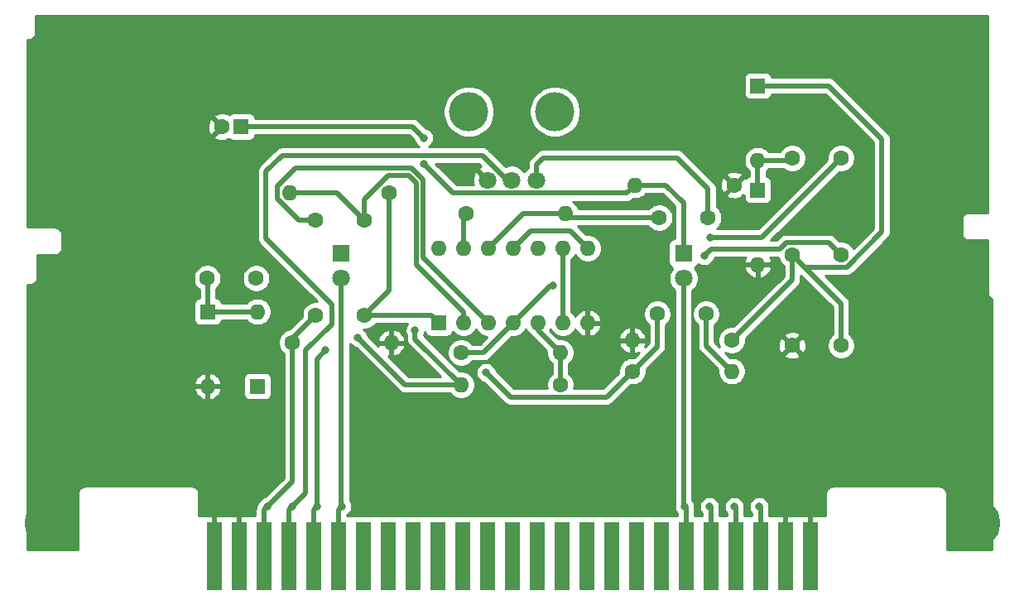
<source format=gbr>
G04 #@! TF.GenerationSoftware,KiCad,Pcbnew,(5.1.7)-1*
G04 #@! TF.CreationDate,2021-10-10T20:00:40-05:00*
G04 #@! TF.ProjectId,DrOctaveFuzz,44724f63-7461-4766-9546-757a7a2e6b69,rev?*
G04 #@! TF.SameCoordinates,Original*
G04 #@! TF.FileFunction,Copper,L1,Top*
G04 #@! TF.FilePolarity,Positive*
%FSLAX46Y46*%
G04 Gerber Fmt 4.6, Leading zero omitted, Abs format (unit mm)*
G04 Created by KiCad (PCBNEW (5.1.7)-1) date 2021-10-10 20:00:40*
%MOMM*%
%LPD*%
G01*
G04 APERTURE LIST*
G04 #@! TA.AperFunction,ComponentPad*
%ADD10C,1.600000*%
G04 #@! TD*
G04 #@! TA.AperFunction,ComponentPad*
%ADD11O,1.600000X1.600000*%
G04 #@! TD*
G04 #@! TA.AperFunction,ComponentPad*
%ADD12R,1.800000X1.800000*%
G04 #@! TD*
G04 #@! TA.AperFunction,ComponentPad*
%ADD13C,1.800000*%
G04 #@! TD*
G04 #@! TA.AperFunction,ComponentPad*
%ADD14C,5.000000*%
G04 #@! TD*
G04 #@! TA.AperFunction,ConnectorPad*
%ADD15R,1.500000X7.000000*%
G04 #@! TD*
G04 #@! TA.AperFunction,ComponentPad*
%ADD16R,1.600000X1.600000*%
G04 #@! TD*
G04 #@! TA.AperFunction,WasherPad*
%ADD17C,4.000000*%
G04 #@! TD*
G04 #@! TA.AperFunction,ViaPad*
%ADD18C,0.800000*%
G04 #@! TD*
G04 #@! TA.AperFunction,Conductor*
%ADD19C,0.500000*%
G04 #@! TD*
G04 #@! TA.AperFunction,Conductor*
%ADD20C,0.254000*%
G04 #@! TD*
G04 #@! TA.AperFunction,Conductor*
%ADD21C,0.100000*%
G04 #@! TD*
G04 APERTURE END LIST*
D10*
G04 #@! TO.P,R8,1*
G04 #@! TO.N,GND*
X155448000Y-88011000D03*
D11*
G04 #@! TO.P,R8,2*
G04 #@! TO.N,Net-(D5-Pad1)*
X145288000Y-88011000D03*
G04 #@! TD*
D12*
G04 #@! TO.P,D5,1*
G04 #@! TO.N,Net-(D5-Pad1)*
X115250000Y-95000000D03*
D13*
G04 #@! TO.P,D5,2*
G04 #@! TO.N,/LEDPower*
X115250000Y-97540000D03*
G04 #@! TD*
G04 #@! TO.P,D6,2*
G04 #@! TO.N,/LEDPower*
X150250000Y-97540000D03*
D12*
G04 #@! TO.P,D6,1*
G04 #@! TO.N,Net-(D5-Pad1)*
X150250000Y-95000000D03*
G04 #@! TD*
D14*
G04 #@! TO.P,H1,1*
G04 #@! TO.N,GND*
X85350000Y-122600000D03*
G04 #@! TD*
G04 #@! TO.P,H2,1*
G04 #@! TO.N,GND*
X180150000Y-122600000D03*
G04 #@! TD*
D15*
G04 #@! TO.P,J1,25*
G04 #@! TO.N,GND*
X163230000Y-126000000D03*
G04 #@! TO.P,J1,24*
X160690000Y-126000000D03*
G04 #@! TO.P,J1,23*
G04 #@! TO.N,/Input*
X158150000Y-126000000D03*
G04 #@! TO.P,J1,22*
G04 #@! TO.N,/Output*
X155610000Y-126000000D03*
G04 #@! TO.P,J1,21*
G04 #@! TO.N,+9V*
X153070000Y-126000000D03*
G04 #@! TO.P,J1,20*
G04 #@! TO.N,/LEDPower*
X150530000Y-126000000D03*
G04 #@! TO.P,J1,19*
G04 #@! TO.N,N/C*
X147990000Y-126000000D03*
G04 #@! TO.P,J1,18*
X145450000Y-126000000D03*
G04 #@! TO.P,J1,17*
X142910000Y-126000000D03*
G04 #@! TO.P,J1,16*
X140370000Y-126000000D03*
G04 #@! TO.P,J1,15*
X137830000Y-126000000D03*
G04 #@! TO.P,J1,14*
X135290000Y-126000000D03*
G04 #@! TO.P,J1,13*
X132750000Y-126000000D03*
G04 #@! TO.P,J1,12*
X130210000Y-126000000D03*
G04 #@! TO.P,J1,11*
X127670000Y-126000000D03*
G04 #@! TO.P,J1,10*
X125130000Y-126000000D03*
G04 #@! TO.P,J1,9*
X122590000Y-126000000D03*
G04 #@! TO.P,J1,8*
X120050000Y-126000000D03*
G04 #@! TO.P,J1,7*
X117510000Y-126000000D03*
G04 #@! TO.P,J1,6*
G04 #@! TO.N,/LEDPower*
X114970000Y-126000000D03*
G04 #@! TO.P,J1,5*
G04 #@! TO.N,+9V*
X112430000Y-126000000D03*
G04 #@! TO.P,J1,4*
G04 #@! TO.N,/Output*
X109890000Y-126000000D03*
G04 #@! TO.P,J1,3*
G04 #@! TO.N,/Input*
X107350000Y-126000000D03*
G04 #@! TO.P,J1,2*
G04 #@! TO.N,GND*
X104810000Y-126000000D03*
G04 #@! TO.P,J1,1*
X102270000Y-126000000D03*
G04 #@! TD*
D10*
G04 #@! TO.P,C1,1*
G04 #@! TO.N,/Input*
X112649000Y-101327000D03*
G04 #@! TO.P,C1,2*
G04 #@! TO.N,/pin1*
X117649000Y-101327000D03*
G04 #@! TD*
G04 #@! TO.P,C2,1*
G04 #@! TO.N,/pin2*
X117602000Y-91586000D03*
G04 #@! TO.P,C2,2*
G04 #@! TO.N,/pin3*
X112602000Y-91586000D03*
G04 #@! TD*
G04 #@! TO.P,C3,1*
G04 #@! TO.N,/pin3*
X147574000Y-101200000D03*
G04 #@! TO.P,C3,2*
G04 #@! TO.N,/pin4*
X152574000Y-101200000D03*
G04 #@! TD*
G04 #@! TO.P,C4,2*
G04 #@! TO.N,Net-(C4-Pad2)*
X101553000Y-97555000D03*
G04 #@! TO.P,C4,1*
G04 #@! TO.N,/pin11*
X106553000Y-97555000D03*
G04 #@! TD*
G04 #@! TO.P,C5,2*
G04 #@! TO.N,Net-(C5-Pad2)*
X161370000Y-85236000D03*
G04 #@! TO.P,C5,1*
G04 #@! TO.N,/pin10*
X166370000Y-85236000D03*
G04 #@! TD*
G04 #@! TO.P,C6,2*
G04 #@! TO.N,GND*
X161370000Y-104413000D03*
G04 #@! TO.P,C6,1*
G04 #@! TO.N,Net-(C6-Pad1)*
X166370000Y-104413000D03*
G04 #@! TD*
G04 #@! TO.P,C7,1*
G04 #@! TO.N,/pin13*
X166370000Y-95142000D03*
G04 #@! TO.P,C7,2*
G04 #@! TO.N,Net-(C6-Pad1)*
X161370000Y-95142000D03*
G04 #@! TD*
G04 #@! TO.P,C8,1*
G04 #@! TO.N,Net-(C8-Pad1)*
X152781000Y-91332000D03*
G04 #@! TO.P,C8,2*
G04 #@! TO.N,/pin12*
X147781000Y-91332000D03*
G04 #@! TD*
D16*
G04 #@! TO.P,C9,1*
G04 #@! TO.N,+9V*
X105029000Y-82042000D03*
D10*
G04 #@! TO.P,C9,2*
G04 #@! TO.N,GND*
X103029000Y-82042000D03*
G04 #@! TD*
D11*
G04 #@! TO.P,D1,2*
G04 #@! TO.N,GND*
X101600000Y-108585000D03*
D16*
G04 #@! TO.P,D1,1*
G04 #@! TO.N,Net-(C4-Pad2)*
X101600000Y-100965000D03*
G04 #@! TD*
G04 #@! TO.P,D2,1*
G04 #@! TO.N,Net-(C6-Pad1)*
X106680000Y-108585000D03*
D11*
G04 #@! TO.P,D2,2*
G04 #@! TO.N,Net-(C4-Pad2)*
X106680000Y-100965000D03*
G04 #@! TD*
G04 #@! TO.P,D3,2*
G04 #@! TO.N,GND*
X157861000Y-96139000D03*
D16*
G04 #@! TO.P,D3,1*
G04 #@! TO.N,Net-(C5-Pad2)*
X157861000Y-88519000D03*
G04 #@! TD*
G04 #@! TO.P,D4,1*
G04 #@! TO.N,Net-(C6-Pad1)*
X157861000Y-77851000D03*
D11*
G04 #@! TO.P,D4,2*
G04 #@! TO.N,Net-(C5-Pad2)*
X157861000Y-85471000D03*
G04 #@! TD*
D16*
G04 #@! TO.P,IC1,1*
G04 #@! TO.N,/pin1*
X125222000Y-102108000D03*
D11*
G04 #@! TO.P,IC1,8*
G04 #@! TO.N,/pin11*
X140462000Y-94488000D03*
G04 #@! TO.P,IC1,2*
G04 #@! TO.N,/pin2*
X127762000Y-102108000D03*
G04 #@! TO.P,IC1,9*
G04 #@! TO.N,/pin6*
X137922000Y-94488000D03*
G04 #@! TO.P,IC1,3*
G04 #@! TO.N,/pin3*
X130302000Y-102108000D03*
G04 #@! TO.P,IC1,10*
G04 #@! TO.N,/pin10*
X135382000Y-94488000D03*
G04 #@! TO.P,IC1,4*
G04 #@! TO.N,/pin4*
X132842000Y-102108000D03*
G04 #@! TO.P,IC1,11*
G04 #@! TO.N,/pin11*
X132842000Y-94488000D03*
G04 #@! TO.P,IC1,5*
G04 #@! TO.N,/pin5*
X135382000Y-102108000D03*
G04 #@! TO.P,IC1,12*
G04 #@! TO.N,/pin12*
X130302000Y-94488000D03*
G04 #@! TO.P,IC1,6*
G04 #@! TO.N,/pin6*
X137922000Y-102108000D03*
G04 #@! TO.P,IC1,13*
G04 #@! TO.N,/pin13*
X127762000Y-94488000D03*
G04 #@! TO.P,IC1,7*
G04 #@! TO.N,GND*
X140462000Y-102108000D03*
G04 #@! TO.P,IC1,14*
G04 #@! TO.N,+9V*
X125222000Y-94488000D03*
G04 #@! TD*
D10*
G04 #@! TO.P,R1,1*
G04 #@! TO.N,/Input*
X110236000Y-104140000D03*
D11*
G04 #@! TO.P,R1,2*
G04 #@! TO.N,GND*
X120396000Y-104140000D03*
G04 #@! TD*
G04 #@! TO.P,R2,2*
G04 #@! TO.N,/pin2*
X109982000Y-88773000D03*
D10*
G04 #@! TO.P,R2,1*
G04 #@! TO.N,/pin1*
X120142000Y-88773000D03*
G04 #@! TD*
G04 #@! TO.P,R3,1*
G04 #@! TO.N,/pin3*
X145034000Y-107061000D03*
D11*
G04 #@! TO.P,R3,2*
G04 #@! TO.N,/pin4*
X155194000Y-107061000D03*
G04 #@! TD*
G04 #@! TO.P,R4,2*
G04 #@! TO.N,/pin5*
X137668000Y-105156000D03*
D10*
G04 #@! TO.P,R4,1*
G04 #@! TO.N,/pin4*
X127508000Y-105156000D03*
G04 #@! TD*
G04 #@! TO.P,R5,1*
G04 #@! TO.N,/pin5*
X137668000Y-108458000D03*
D11*
G04 #@! TO.P,R5,2*
G04 #@! TO.N,/pin11*
X127508000Y-108458000D03*
G04 #@! TD*
D10*
G04 #@! TO.P,R6,1*
G04 #@! TO.N,Net-(C6-Pad1)*
X155194000Y-103886000D03*
D11*
G04 #@! TO.P,R6,2*
G04 #@! TO.N,GND*
X145034000Y-103886000D03*
G04 #@! TD*
G04 #@! TO.P,R7,2*
G04 #@! TO.N,/pin12*
X138176000Y-90932000D03*
D10*
G04 #@! TO.P,R7,1*
G04 #@! TO.N,/pin13*
X128016000Y-90932000D03*
G04 #@! TD*
D13*
G04 #@! TO.P,RV1,3*
G04 #@! TO.N,GND*
X130215000Y-87500000D03*
G04 #@! TO.P,RV1,2*
G04 #@! TO.N,/Output*
X132715000Y-87500000D03*
G04 #@! TO.P,RV1,1*
G04 #@! TO.N,Net-(C8-Pad1)*
X135215000Y-87500000D03*
D17*
G04 #@! TO.P,RV1,*
G04 #@! TO.N,*
X128315000Y-80500000D03*
X137115000Y-80500000D03*
G04 #@! TD*
D18*
G04 #@! TO.N,GND*
X102616000Y-120904000D03*
X105156000Y-120904000D03*
X160528000Y-120904000D03*
X163068000Y-120904000D03*
G04 #@! TO.N,/LEDPower*
X115316000Y-120904000D03*
X150368000Y-120904000D03*
G04 #@! TO.N,/Input*
X107696000Y-120904000D03*
X157988000Y-120904000D03*
G04 #@! TO.N,/Output*
X110236000Y-120904000D03*
X155448000Y-120904000D03*
G04 #@! TO.N,+9V*
X112776000Y-120904000D03*
X152908000Y-120904000D03*
X113665000Y-104902000D03*
X123698000Y-83185000D03*
G04 #@! TO.N,/pin3*
X130048000Y-107188000D03*
G04 #@! TO.N,/pin4*
X136906000Y-98298000D03*
G04 #@! TO.N,/pin11*
X116967000Y-103632000D03*
X122809000Y-102870000D03*
G04 #@! TO.N,/pin10*
X153035000Y-93345000D03*
G04 #@! TO.N,/pin13*
X152400000Y-95250000D03*
G04 #@! TO.N,Net-(D5-Pad1)*
X123698000Y-85852000D03*
G04 #@! TD*
D19*
G04 #@! TO.N,GND*
X102270000Y-121250000D02*
X102616000Y-120904000D01*
X102270000Y-126000000D02*
X102270000Y-121250000D01*
X104810000Y-121250000D02*
X105156000Y-120904000D01*
X104810000Y-126000000D02*
X104810000Y-121250000D01*
X160690000Y-121066000D02*
X160528000Y-120904000D01*
X160690000Y-126000000D02*
X160690000Y-121066000D01*
X163230000Y-121066000D02*
X163068000Y-120904000D01*
X163230000Y-126000000D02*
X163230000Y-121066000D01*
G04 #@! TO.N,/LEDPower*
X150530000Y-121066000D02*
X150368000Y-120904000D01*
X150530000Y-126000000D02*
X150530000Y-121066000D01*
X114970000Y-121250000D02*
X115316000Y-120904000D01*
X114970000Y-126000000D02*
X114970000Y-121250000D01*
X115250000Y-120838000D02*
X115316000Y-120904000D01*
X115250000Y-97540000D02*
X115250000Y-120838000D01*
X150250000Y-120786000D02*
X150368000Y-120904000D01*
X150250000Y-97540000D02*
X150250000Y-120786000D01*
G04 #@! TO.N,/Input*
X107350000Y-121250000D02*
X107696000Y-120904000D01*
X107350000Y-126000000D02*
X107350000Y-121250000D01*
X158150000Y-121066000D02*
X157988000Y-120904000D01*
X158150000Y-126000000D02*
X158150000Y-121066000D01*
X110236000Y-103740000D02*
X112649000Y-101327000D01*
X110236000Y-104140000D02*
X110236000Y-103740000D01*
X110236000Y-118364000D02*
X107696000Y-120904000D01*
X110236000Y-104140000D02*
X110236000Y-118364000D01*
G04 #@! TO.N,/Output*
X109890000Y-121250000D02*
X110236000Y-120904000D01*
X109890000Y-126000000D02*
X109890000Y-121250000D01*
X155610000Y-121066000D02*
X155448000Y-120904000D01*
X155610000Y-126000000D02*
X155610000Y-121066000D01*
X111633000Y-104902000D02*
X111633000Y-119507000D01*
X114300000Y-100203000D02*
X114300000Y-102235000D01*
X107569000Y-93472000D02*
X114300000Y-100203000D01*
X109220000Y-84963000D02*
X107569000Y-86614000D01*
X129676002Y-84963000D02*
X109220000Y-84963000D01*
X111633000Y-119507000D02*
X110236000Y-120904000D01*
X114300000Y-102235000D02*
X111633000Y-104902000D01*
X107569000Y-86614000D02*
X107569000Y-93472000D01*
X132213002Y-87500000D02*
X129676002Y-84963000D01*
X132715000Y-87500000D02*
X132213002Y-87500000D01*
G04 #@! TO.N,+9V*
X112430000Y-121250000D02*
X112776000Y-120904000D01*
X112430000Y-126000000D02*
X112430000Y-121250000D01*
X153070000Y-121066000D02*
X152908000Y-120904000D01*
X153070000Y-126000000D02*
X153070000Y-121066000D01*
X112776000Y-105791000D02*
X113665000Y-104902000D01*
X112776000Y-120904000D02*
X112776000Y-105791000D01*
X122555000Y-82042000D02*
X123698000Y-83185000D01*
X105029000Y-82042000D02*
X122555000Y-82042000D01*
G04 #@! TO.N,/pin1*
X124441000Y-101327000D02*
X125222000Y-102108000D01*
X117649000Y-101327000D02*
X124441000Y-101327000D01*
X120142000Y-98834000D02*
X117649000Y-101327000D01*
X120142000Y-88773000D02*
X120142000Y-98834000D01*
G04 #@! TO.N,/pin2*
X114789000Y-88773000D02*
X109982000Y-88773000D01*
X117602000Y-91586000D02*
X114789000Y-88773000D01*
X127762000Y-102108000D02*
X127762000Y-100965000D01*
X127762000Y-100965000D02*
X122936000Y-96139000D01*
X122936000Y-96139000D02*
X122936000Y-87757000D01*
X122936000Y-87757000D02*
X122174000Y-86995000D01*
X117602000Y-89462998D02*
X117602000Y-91586000D01*
X120069998Y-86995000D02*
X117602000Y-89462998D01*
X122174000Y-86995000D02*
X120069998Y-86995000D01*
G04 #@! TO.N,/pin3*
X147574000Y-104521000D02*
X147574000Y-101200000D01*
X145034000Y-107061000D02*
X147574000Y-104521000D01*
X132568001Y-109708001D02*
X130048000Y-107188000D01*
X142386999Y-109708001D02*
X132568001Y-109708001D01*
X145034000Y-107061000D02*
X142386999Y-109708001D01*
X108731999Y-88172999D02*
X108731999Y-89373001D01*
X110944998Y-91586000D02*
X112602000Y-91586000D01*
X110610008Y-86294990D02*
X108731999Y-88172999D01*
X122463953Y-86294990D02*
X110610008Y-86294990D01*
X123636010Y-87467047D02*
X122463953Y-86294990D01*
X123636010Y-95442010D02*
X123636010Y-87467047D01*
X108731999Y-89373001D02*
X110944998Y-91586000D01*
X130302000Y-102108000D02*
X123636010Y-95442010D01*
G04 #@! TO.N,/pin4*
X152574000Y-104441000D02*
X152574000Y-101200000D01*
X155194000Y-107061000D02*
X152574000Y-104441000D01*
X129794000Y-105156000D02*
X132842000Y-102108000D01*
X127508000Y-105156000D02*
X129794000Y-105156000D01*
X136652000Y-98298000D02*
X136906000Y-98298000D01*
X132842000Y-102108000D02*
X136652000Y-98298000D01*
G04 #@! TO.N,Net-(C4-Pad2)*
X106680000Y-100965000D02*
X101600000Y-100965000D01*
X101600000Y-97602000D02*
X101553000Y-97555000D01*
X101600000Y-100965000D02*
X101600000Y-97602000D01*
G04 #@! TO.N,/pin11*
X132842000Y-94488000D02*
X134620000Y-92710000D01*
X138684000Y-92710000D02*
X140462000Y-94488000D01*
X134620000Y-92710000D02*
X138684000Y-92710000D01*
X121793000Y-108458000D02*
X116967000Y-103632000D01*
X127508000Y-108458000D02*
X121793000Y-108458000D01*
X122809000Y-103759000D02*
X122809000Y-102870000D01*
X127508000Y-108458000D02*
X122809000Y-103759000D01*
G04 #@! TO.N,Net-(C5-Pad2)*
X157861000Y-88519000D02*
X157861000Y-85471000D01*
X161135000Y-85471000D02*
X161370000Y-85236000D01*
X157861000Y-85471000D02*
X161135000Y-85471000D01*
G04 #@! TO.N,/pin10*
X158261000Y-93345000D02*
X153035000Y-93345000D01*
X166370000Y-85236000D02*
X158261000Y-93345000D01*
G04 #@! TO.N,Net-(C6-Pad1)*
X166370000Y-100142000D02*
X161370000Y-95142000D01*
X166370000Y-104413000D02*
X166370000Y-100142000D01*
X161370000Y-97710000D02*
X155194000Y-103886000D01*
X161370000Y-95142000D02*
X161370000Y-97710000D01*
X157861000Y-77851000D02*
X158750000Y-77851000D01*
X165100000Y-77851000D02*
X157861000Y-77851000D01*
X170561000Y-83312000D02*
X165100000Y-77851000D01*
X170561000Y-92801002D02*
X170561000Y-83312000D01*
X166970001Y-96392001D02*
X170561000Y-92801002D01*
X162620001Y-96392001D02*
X166970001Y-96392001D01*
X161370000Y-95142000D02*
X162620001Y-96392001D01*
G04 #@! TO.N,/pin13*
X127762000Y-91186000D02*
X128016000Y-90932000D01*
X127762000Y-94488000D02*
X127762000Y-91186000D01*
X153108001Y-94541999D02*
X152400000Y-95250000D01*
X160769999Y-93891999D02*
X160119999Y-94541999D01*
X165119999Y-93891999D02*
X160769999Y-93891999D01*
X160119999Y-94541999D02*
X153108001Y-94541999D01*
X166370000Y-95142000D02*
X165119999Y-93891999D01*
G04 #@! TO.N,Net-(C8-Pad1)*
X152781000Y-91332000D02*
X152781000Y-88392000D01*
X152781000Y-88392000D02*
X149606000Y-85217000D01*
X135215000Y-85892000D02*
X135215000Y-87500000D01*
X135890000Y-85217000D02*
X135215000Y-85892000D01*
X149606000Y-85217000D02*
X135890000Y-85217000D01*
G04 #@! TO.N,/pin12*
X138576000Y-91332000D02*
X138176000Y-90932000D01*
X147781000Y-91332000D02*
X138576000Y-91332000D01*
X133858000Y-90932000D02*
X138176000Y-90932000D01*
X130302000Y-94488000D02*
X133858000Y-90932000D01*
G04 #@! TO.N,Net-(D5-Pad1)*
X150250000Y-95000000D02*
X150250000Y-89798000D01*
X148463000Y-88011000D02*
X145288000Y-88011000D01*
X150250000Y-89798000D02*
X148463000Y-88011000D01*
X126696001Y-88850001D02*
X123698000Y-85852000D01*
X144448999Y-88850001D02*
X126696001Y-88850001D01*
X145288000Y-88011000D02*
X144448999Y-88850001D01*
G04 #@! TO.N,/pin6*
X137922000Y-102108000D02*
X137922000Y-94488000D01*
G04 #@! TO.N,/pin5*
X137668000Y-108458000D02*
X137668000Y-105156000D01*
X135382000Y-102870000D02*
X137668000Y-105156000D01*
X135382000Y-102108000D02*
X135382000Y-102870000D01*
G04 #@! TD*
D20*
G04 #@! TO.N,GND*
X181323001Y-90823000D02*
X179433252Y-90823000D01*
X179400000Y-90819725D01*
X179366748Y-90823000D01*
X179267285Y-90832796D01*
X179139670Y-90871508D01*
X179022059Y-90934372D01*
X178918973Y-91018973D01*
X178834372Y-91122059D01*
X178771508Y-91239670D01*
X178732796Y-91367285D01*
X178719725Y-91500000D01*
X178723001Y-91533262D01*
X178723000Y-92966747D01*
X178719725Y-93000000D01*
X178732796Y-93132715D01*
X178771508Y-93260330D01*
X178834372Y-93377941D01*
X178918973Y-93481027D01*
X179008819Y-93554762D01*
X179022059Y-93565628D01*
X179139670Y-93628492D01*
X179267285Y-93667204D01*
X179400000Y-93680275D01*
X179433252Y-93677000D01*
X181323000Y-93677000D01*
X181323001Y-98966738D01*
X181319725Y-99000000D01*
X181332796Y-99132715D01*
X181371508Y-99260330D01*
X181434372Y-99377941D01*
X181518973Y-99481027D01*
X181622059Y-99565628D01*
X181739670Y-99628492D01*
X181823001Y-99653770D01*
X181823000Y-125323000D01*
X177177000Y-125323000D01*
X177177000Y-119533252D01*
X177180275Y-119500000D01*
X177167204Y-119367285D01*
X177128492Y-119239670D01*
X177065628Y-119122059D01*
X176981027Y-119018973D01*
X176877941Y-118934372D01*
X176760330Y-118871508D01*
X176632715Y-118832796D01*
X176533252Y-118823000D01*
X176500000Y-118819725D01*
X176466748Y-118823000D01*
X165513252Y-118823000D01*
X165480000Y-118819725D01*
X165446748Y-118823000D01*
X165347285Y-118832796D01*
X165219670Y-118871508D01*
X165102059Y-118934372D01*
X164998973Y-119018973D01*
X164914372Y-119122059D01*
X164851508Y-119239670D01*
X164812796Y-119367285D01*
X164799725Y-119500000D01*
X164803001Y-119533262D01*
X164803001Y-121793000D01*
X159027000Y-121793000D01*
X159027000Y-121109079D01*
X159031243Y-121066000D01*
X159015000Y-120901084D01*
X159015000Y-120802849D01*
X158975533Y-120604435D01*
X158898115Y-120417533D01*
X158785723Y-120249326D01*
X158642674Y-120106277D01*
X158474467Y-119993885D01*
X158287565Y-119916467D01*
X158089151Y-119877000D01*
X157886849Y-119877000D01*
X157688435Y-119916467D01*
X157501533Y-119993885D01*
X157333326Y-120106277D01*
X157190277Y-120249326D01*
X157077885Y-120417533D01*
X157000467Y-120604435D01*
X156961000Y-120802849D01*
X156961000Y-121005151D01*
X157000467Y-121203565D01*
X157077885Y-121390467D01*
X157190277Y-121558674D01*
X157273001Y-121641398D01*
X157273001Y-121793000D01*
X156487000Y-121793000D01*
X156487000Y-121109079D01*
X156491243Y-121066000D01*
X156475000Y-120901084D01*
X156475000Y-120802849D01*
X156435533Y-120604435D01*
X156358115Y-120417533D01*
X156245723Y-120249326D01*
X156102674Y-120106277D01*
X155934467Y-119993885D01*
X155747565Y-119916467D01*
X155549151Y-119877000D01*
X155346849Y-119877000D01*
X155148435Y-119916467D01*
X154961533Y-119993885D01*
X154793326Y-120106277D01*
X154650277Y-120249326D01*
X154537885Y-120417533D01*
X154460467Y-120604435D01*
X154421000Y-120802849D01*
X154421000Y-121005151D01*
X154460467Y-121203565D01*
X154537885Y-121390467D01*
X154650277Y-121558674D01*
X154733001Y-121641398D01*
X154733001Y-121793000D01*
X153947000Y-121793000D01*
X153947000Y-121109079D01*
X153951243Y-121066000D01*
X153935000Y-120901084D01*
X153935000Y-120802849D01*
X153895533Y-120604435D01*
X153818115Y-120417533D01*
X153705723Y-120249326D01*
X153562674Y-120106277D01*
X153394467Y-119993885D01*
X153207565Y-119916467D01*
X153009151Y-119877000D01*
X152806849Y-119877000D01*
X152608435Y-119916467D01*
X152421533Y-119993885D01*
X152253326Y-120106277D01*
X152110277Y-120249326D01*
X151997885Y-120417533D01*
X151920467Y-120604435D01*
X151881000Y-120802849D01*
X151881000Y-121005151D01*
X151920467Y-121203565D01*
X151997885Y-121390467D01*
X152110277Y-121558674D01*
X152193001Y-121641398D01*
X152193001Y-121793000D01*
X151407000Y-121793000D01*
X151407000Y-121109079D01*
X151411243Y-121066000D01*
X151395000Y-120901084D01*
X151395000Y-120802849D01*
X151355533Y-120604435D01*
X151278115Y-120417533D01*
X151165723Y-120249326D01*
X151127000Y-120210603D01*
X151127000Y-98790515D01*
X151223406Y-98726099D01*
X151436099Y-98513406D01*
X151603210Y-98263306D01*
X151718319Y-97985410D01*
X151777000Y-97690396D01*
X151777000Y-97389604D01*
X151718319Y-97094590D01*
X151603210Y-96816694D01*
X151436099Y-96566594D01*
X151360779Y-96491274D01*
X151371439Y-96488040D01*
X156469091Y-96488040D01*
X156563930Y-96752881D01*
X156708615Y-96994131D01*
X156897586Y-97202519D01*
X157123580Y-97370037D01*
X157377913Y-97490246D01*
X157511961Y-97530904D01*
X157734000Y-97408915D01*
X157734000Y-96266000D01*
X157988000Y-96266000D01*
X157988000Y-97408915D01*
X158210039Y-97530904D01*
X158344087Y-97490246D01*
X158598420Y-97370037D01*
X158824414Y-97202519D01*
X159013385Y-96994131D01*
X159158070Y-96752881D01*
X159252909Y-96488040D01*
X159131624Y-96266000D01*
X157988000Y-96266000D01*
X157734000Y-96266000D01*
X156590376Y-96266000D01*
X156469091Y-96488040D01*
X151371439Y-96488040D01*
X151391103Y-96482075D01*
X151500028Y-96423853D01*
X151595501Y-96345501D01*
X151673853Y-96250028D01*
X151732075Y-96141103D01*
X151757861Y-96056098D01*
X151913533Y-96160115D01*
X152100435Y-96237533D01*
X152298849Y-96277000D01*
X152501151Y-96277000D01*
X152699565Y-96237533D01*
X152886467Y-96160115D01*
X153054674Y-96047723D01*
X153197723Y-95904674D01*
X153310115Y-95736467D01*
X153387533Y-95549565D01*
X153399162Y-95491103D01*
X153471266Y-95418999D01*
X156627573Y-95418999D01*
X156563930Y-95525119D01*
X156469091Y-95789960D01*
X156590376Y-96012000D01*
X157734000Y-96012000D01*
X157734000Y-95992000D01*
X157988000Y-95992000D01*
X157988000Y-96012000D01*
X159131624Y-96012000D01*
X159252909Y-95789960D01*
X159158070Y-95525119D01*
X159094427Y-95418999D01*
X159970142Y-95418999D01*
X159997838Y-95558241D01*
X160105409Y-95817938D01*
X160261576Y-96051660D01*
X160460340Y-96250424D01*
X160493000Y-96272247D01*
X160493001Y-97346733D01*
X155373072Y-102466663D01*
X155334547Y-102459000D01*
X155053453Y-102459000D01*
X154777759Y-102513838D01*
X154518062Y-102621409D01*
X154284340Y-102777576D01*
X154085576Y-102976340D01*
X153929409Y-103210062D01*
X153821838Y-103469759D01*
X153767000Y-103745453D01*
X153767000Y-104026547D01*
X153821838Y-104302241D01*
X153925312Y-104552047D01*
X153451000Y-104077735D01*
X153451000Y-102330247D01*
X153483660Y-102308424D01*
X153682424Y-102109660D01*
X153838591Y-101875938D01*
X153946162Y-101616241D01*
X154001000Y-101340547D01*
X154001000Y-101059453D01*
X153946162Y-100783759D01*
X153838591Y-100524062D01*
X153682424Y-100290340D01*
X153483660Y-100091576D01*
X153249938Y-99935409D01*
X152990241Y-99827838D01*
X152714547Y-99773000D01*
X152433453Y-99773000D01*
X152157759Y-99827838D01*
X151898062Y-99935409D01*
X151664340Y-100091576D01*
X151465576Y-100290340D01*
X151309409Y-100524062D01*
X151201838Y-100783759D01*
X151147000Y-101059453D01*
X151147000Y-101340547D01*
X151201838Y-101616241D01*
X151309409Y-101875938D01*
X151465576Y-102109660D01*
X151664340Y-102308424D01*
X151697001Y-102330247D01*
X151697000Y-104397920D01*
X151692757Y-104441000D01*
X151709690Y-104612922D01*
X151712214Y-104621243D01*
X151759838Y-104778236D01*
X151841273Y-104930591D01*
X151950867Y-105064133D01*
X151984332Y-105091597D01*
X153774663Y-106881928D01*
X153767000Y-106920453D01*
X153767000Y-107201547D01*
X153821838Y-107477241D01*
X153929409Y-107736938D01*
X154085576Y-107970660D01*
X154284340Y-108169424D01*
X154518062Y-108325591D01*
X154777759Y-108433162D01*
X155053453Y-108488000D01*
X155334547Y-108488000D01*
X155610241Y-108433162D01*
X155869938Y-108325591D01*
X156103660Y-108169424D01*
X156302424Y-107970660D01*
X156458591Y-107736938D01*
X156566162Y-107477241D01*
X156621000Y-107201547D01*
X156621000Y-106920453D01*
X156566162Y-106644759D01*
X156458591Y-106385062D01*
X156302424Y-106151340D01*
X156103660Y-105952576D01*
X155869938Y-105796409D01*
X155610241Y-105688838D01*
X155334547Y-105634000D01*
X155053453Y-105634000D01*
X155014928Y-105641663D01*
X154778967Y-105405702D01*
X160556903Y-105405702D01*
X160628486Y-105649671D01*
X160883996Y-105770571D01*
X161158184Y-105839300D01*
X161440512Y-105853217D01*
X161720130Y-105811787D01*
X161986292Y-105716603D01*
X162111514Y-105649671D01*
X162183097Y-105405702D01*
X161370000Y-104592605D01*
X160556903Y-105405702D01*
X154778967Y-105405702D01*
X154527953Y-105154688D01*
X154777759Y-105258162D01*
X155053453Y-105313000D01*
X155334547Y-105313000D01*
X155610241Y-105258162D01*
X155869938Y-105150591D01*
X156103660Y-104994424D01*
X156302424Y-104795660D01*
X156458591Y-104561938D01*
X156491076Y-104483512D01*
X159929783Y-104483512D01*
X159971213Y-104763130D01*
X160066397Y-105029292D01*
X160133329Y-105154514D01*
X160377298Y-105226097D01*
X161190395Y-104413000D01*
X161549605Y-104413000D01*
X162362702Y-105226097D01*
X162606671Y-105154514D01*
X162727571Y-104899004D01*
X162796300Y-104624816D01*
X162810217Y-104342488D01*
X162768787Y-104062870D01*
X162673603Y-103796708D01*
X162606671Y-103671486D01*
X162362702Y-103599903D01*
X161549605Y-104413000D01*
X161190395Y-104413000D01*
X160377298Y-103599903D01*
X160133329Y-103671486D01*
X160012429Y-103926996D01*
X159943700Y-104201184D01*
X159929783Y-104483512D01*
X156491076Y-104483512D01*
X156566162Y-104302241D01*
X156621000Y-104026547D01*
X156621000Y-103745453D01*
X156613337Y-103706928D01*
X156899967Y-103420298D01*
X160556903Y-103420298D01*
X161370000Y-104233395D01*
X162183097Y-103420298D01*
X162111514Y-103176329D01*
X161856004Y-103055429D01*
X161581816Y-102986700D01*
X161299488Y-102972783D01*
X161019870Y-103014213D01*
X160753708Y-103109397D01*
X160628486Y-103176329D01*
X160556903Y-103420298D01*
X156899967Y-103420298D01*
X161959674Y-98360592D01*
X161993133Y-98333133D01*
X162050439Y-98263306D01*
X162102726Y-98199593D01*
X162114803Y-98177000D01*
X162184162Y-98047237D01*
X162207215Y-97971241D01*
X162234310Y-97881923D01*
X162251243Y-97710000D01*
X162247000Y-97666921D01*
X162247000Y-97259265D01*
X165493001Y-100505267D01*
X165493000Y-103282753D01*
X165460340Y-103304576D01*
X165261576Y-103503340D01*
X165105409Y-103737062D01*
X164997838Y-103996759D01*
X164943000Y-104272453D01*
X164943000Y-104553547D01*
X164997838Y-104829241D01*
X165105409Y-105088938D01*
X165261576Y-105322660D01*
X165460340Y-105521424D01*
X165694062Y-105677591D01*
X165953759Y-105785162D01*
X166229453Y-105840000D01*
X166510547Y-105840000D01*
X166786241Y-105785162D01*
X167045938Y-105677591D01*
X167279660Y-105521424D01*
X167478424Y-105322660D01*
X167634591Y-105088938D01*
X167742162Y-104829241D01*
X167797000Y-104553547D01*
X167797000Y-104272453D01*
X167742162Y-103996759D01*
X167634591Y-103737062D01*
X167478424Y-103503340D01*
X167279660Y-103304576D01*
X167247000Y-103282753D01*
X167247000Y-100185079D01*
X167251243Y-100142000D01*
X167234310Y-99970077D01*
X167184162Y-99804763D01*
X167167184Y-99773000D01*
X167102727Y-99652408D01*
X166993133Y-99518867D01*
X166959674Y-99491408D01*
X164737267Y-97269001D01*
X166926922Y-97269001D01*
X166970001Y-97273244D01*
X167013080Y-97269001D01*
X167141923Y-97256311D01*
X167307238Y-97206163D01*
X167459593Y-97124728D01*
X167593134Y-97015134D01*
X167620598Y-96981669D01*
X171150669Y-93451598D01*
X171184133Y-93424135D01*
X171293727Y-93290594D01*
X171375162Y-93138239D01*
X171425310Y-92972924D01*
X171438000Y-92844081D01*
X171438000Y-92844072D01*
X171442242Y-92801003D01*
X171438000Y-92757933D01*
X171438000Y-83355069D01*
X171442242Y-83311999D01*
X171438000Y-83268930D01*
X171438000Y-83268921D01*
X171425310Y-83140078D01*
X171375162Y-82974763D01*
X171293727Y-82822408D01*
X171184133Y-82688867D01*
X171150668Y-82661403D01*
X165750597Y-77261332D01*
X165723133Y-77227867D01*
X165589592Y-77118273D01*
X165437237Y-77036838D01*
X165271922Y-76986690D01*
X165143079Y-76974000D01*
X165100000Y-76969757D01*
X165056921Y-76974000D01*
X159283449Y-76974000D01*
X159278927Y-76928087D01*
X159243075Y-76809897D01*
X159184853Y-76700972D01*
X159106501Y-76605499D01*
X159011028Y-76527147D01*
X158902103Y-76468925D01*
X158783913Y-76433073D01*
X158661000Y-76420967D01*
X157061000Y-76420967D01*
X156938087Y-76433073D01*
X156819897Y-76468925D01*
X156710972Y-76527147D01*
X156615499Y-76605499D01*
X156537147Y-76700972D01*
X156478925Y-76809897D01*
X156443073Y-76928087D01*
X156430967Y-77051000D01*
X156430967Y-78651000D01*
X156443073Y-78773913D01*
X156478925Y-78892103D01*
X156537147Y-79001028D01*
X156615499Y-79096501D01*
X156710972Y-79174853D01*
X156819897Y-79233075D01*
X156938087Y-79268927D01*
X157061000Y-79281033D01*
X158661000Y-79281033D01*
X158783913Y-79268927D01*
X158902103Y-79233075D01*
X159011028Y-79174853D01*
X159106501Y-79096501D01*
X159184853Y-79001028D01*
X159243075Y-78892103D01*
X159278927Y-78773913D01*
X159283449Y-78728000D01*
X164736735Y-78728000D01*
X169684001Y-83675266D01*
X169684000Y-92437737D01*
X167640766Y-94480971D01*
X167634591Y-94466062D01*
X167478424Y-94232340D01*
X167279660Y-94033576D01*
X167045938Y-93877409D01*
X166786241Y-93769838D01*
X166510547Y-93715000D01*
X166229453Y-93715000D01*
X166190928Y-93722663D01*
X165770596Y-93302331D01*
X165743132Y-93268866D01*
X165609591Y-93159272D01*
X165457236Y-93077837D01*
X165291921Y-93027689D01*
X165163078Y-93014999D01*
X165119999Y-93010756D01*
X165076920Y-93014999D01*
X160813078Y-93014999D01*
X160769999Y-93010756D01*
X160598076Y-93027689D01*
X160533639Y-93047236D01*
X160432762Y-93077837D01*
X160280407Y-93159272D01*
X160280405Y-93159273D01*
X160280406Y-93159273D01*
X160202256Y-93223409D01*
X160146866Y-93268866D01*
X160119406Y-93302326D01*
X159756734Y-93664999D01*
X159181266Y-93664999D01*
X166190929Y-86655337D01*
X166229453Y-86663000D01*
X166510547Y-86663000D01*
X166786241Y-86608162D01*
X167045938Y-86500591D01*
X167279660Y-86344424D01*
X167478424Y-86145660D01*
X167634591Y-85911938D01*
X167742162Y-85652241D01*
X167797000Y-85376547D01*
X167797000Y-85095453D01*
X167742162Y-84819759D01*
X167634591Y-84560062D01*
X167478424Y-84326340D01*
X167279660Y-84127576D01*
X167045938Y-83971409D01*
X166786241Y-83863838D01*
X166510547Y-83809000D01*
X166229453Y-83809000D01*
X165953759Y-83863838D01*
X165694062Y-83971409D01*
X165460340Y-84127576D01*
X165261576Y-84326340D01*
X165105409Y-84560062D01*
X164997838Y-84819759D01*
X164943000Y-85095453D01*
X164943000Y-85376547D01*
X164950663Y-85415071D01*
X157897735Y-92468000D01*
X153649389Y-92468000D01*
X153690660Y-92440424D01*
X153889424Y-92241660D01*
X154045591Y-92007938D01*
X154153162Y-91748241D01*
X154208000Y-91472547D01*
X154208000Y-91191453D01*
X154153162Y-90915759D01*
X154045591Y-90656062D01*
X153889424Y-90422340D01*
X153690660Y-90223576D01*
X153658000Y-90201753D01*
X153658000Y-89003702D01*
X154634903Y-89003702D01*
X154706486Y-89247671D01*
X154961996Y-89368571D01*
X155236184Y-89437300D01*
X155518512Y-89451217D01*
X155798130Y-89409787D01*
X156064292Y-89314603D01*
X156189514Y-89247671D01*
X156261097Y-89003704D01*
X156377370Y-89119977D01*
X156430967Y-89066380D01*
X156430967Y-89319000D01*
X156443073Y-89441913D01*
X156478925Y-89560103D01*
X156537147Y-89669028D01*
X156615499Y-89764501D01*
X156710972Y-89842853D01*
X156819897Y-89901075D01*
X156938087Y-89936927D01*
X157061000Y-89949033D01*
X158661000Y-89949033D01*
X158783913Y-89936927D01*
X158902103Y-89901075D01*
X159011028Y-89842853D01*
X159106501Y-89764501D01*
X159184853Y-89669028D01*
X159243075Y-89560103D01*
X159278927Y-89441913D01*
X159291033Y-89319000D01*
X159291033Y-87719000D01*
X159278927Y-87596087D01*
X159243075Y-87477897D01*
X159184853Y-87368972D01*
X159106501Y-87273499D01*
X159011028Y-87195147D01*
X158902103Y-87136925D01*
X158783913Y-87101073D01*
X158738000Y-87096551D01*
X158738000Y-86601247D01*
X158770660Y-86579424D01*
X158969424Y-86380660D01*
X158991247Y-86348000D01*
X160465692Y-86348000D01*
X160694062Y-86500591D01*
X160953759Y-86608162D01*
X161229453Y-86663000D01*
X161510547Y-86663000D01*
X161786241Y-86608162D01*
X162045938Y-86500591D01*
X162279660Y-86344424D01*
X162478424Y-86145660D01*
X162634591Y-85911938D01*
X162742162Y-85652241D01*
X162797000Y-85376547D01*
X162797000Y-85095453D01*
X162742162Y-84819759D01*
X162634591Y-84560062D01*
X162478424Y-84326340D01*
X162279660Y-84127576D01*
X162045938Y-83971409D01*
X161786241Y-83863838D01*
X161510547Y-83809000D01*
X161229453Y-83809000D01*
X160953759Y-83863838D01*
X160694062Y-83971409D01*
X160460340Y-84127576D01*
X160261576Y-84326340D01*
X160105409Y-84560062D01*
X160091351Y-84594000D01*
X158991247Y-84594000D01*
X158969424Y-84561340D01*
X158770660Y-84362576D01*
X158536938Y-84206409D01*
X158277241Y-84098838D01*
X158001547Y-84044000D01*
X157720453Y-84044000D01*
X157444759Y-84098838D01*
X157185062Y-84206409D01*
X156951340Y-84362576D01*
X156752576Y-84561340D01*
X156596409Y-84795062D01*
X156488838Y-85054759D01*
X156434000Y-85330453D01*
X156434000Y-85611547D01*
X156488838Y-85887241D01*
X156596409Y-86146938D01*
X156752576Y-86380660D01*
X156951340Y-86579424D01*
X156984001Y-86601247D01*
X156984000Y-87096551D01*
X156938087Y-87101073D01*
X156819897Y-87136925D01*
X156710972Y-87195147D01*
X156637319Y-87255592D01*
X156440702Y-87197903D01*
X155627605Y-88011000D01*
X155641748Y-88025143D01*
X155462143Y-88204748D01*
X155448000Y-88190605D01*
X154634903Y-89003702D01*
X153658000Y-89003702D01*
X153658000Y-88435079D01*
X153662243Y-88391999D01*
X153645310Y-88220077D01*
X153624521Y-88151547D01*
X153603277Y-88081512D01*
X154007783Y-88081512D01*
X154049213Y-88361130D01*
X154144397Y-88627292D01*
X154211329Y-88752514D01*
X154455298Y-88824097D01*
X155268395Y-88011000D01*
X154455298Y-87197903D01*
X154211329Y-87269486D01*
X154090429Y-87524996D01*
X154021700Y-87799184D01*
X154007783Y-88081512D01*
X153603277Y-88081512D01*
X153595162Y-88054763D01*
X153513727Y-87902408D01*
X153481665Y-87863340D01*
X153431594Y-87802328D01*
X153431592Y-87802326D01*
X153404133Y-87768867D01*
X153370674Y-87741408D01*
X152647564Y-87018298D01*
X154634903Y-87018298D01*
X155448000Y-87831395D01*
X156261097Y-87018298D01*
X156189514Y-86774329D01*
X155934004Y-86653429D01*
X155659816Y-86584700D01*
X155377488Y-86570783D01*
X155097870Y-86612213D01*
X154831708Y-86707397D01*
X154706486Y-86774329D01*
X154634903Y-87018298D01*
X152647564Y-87018298D01*
X150256597Y-84627332D01*
X150229133Y-84593867D01*
X150095592Y-84484273D01*
X149943237Y-84402838D01*
X149777922Y-84352690D01*
X149649079Y-84340000D01*
X149606000Y-84335757D01*
X149562921Y-84340000D01*
X135933076Y-84340000D01*
X135889999Y-84335757D01*
X135846922Y-84340000D01*
X135846921Y-84340000D01*
X135718078Y-84352690D01*
X135552763Y-84402838D01*
X135400408Y-84484273D01*
X135266867Y-84593867D01*
X135239403Y-84627332D01*
X134625332Y-85241403D01*
X134591867Y-85268867D01*
X134482273Y-85402409D01*
X134422218Y-85514764D01*
X134400838Y-85554764D01*
X134350690Y-85720078D01*
X134333757Y-85892000D01*
X134338000Y-85935080D01*
X134338000Y-86249485D01*
X134241594Y-86313901D01*
X134028901Y-86526594D01*
X133965000Y-86622229D01*
X133901099Y-86526594D01*
X133688406Y-86313901D01*
X133438306Y-86146790D01*
X133160410Y-86031681D01*
X132865396Y-85973000D01*
X132564604Y-85973000D01*
X132269590Y-86031681D01*
X132068319Y-86115051D01*
X130326599Y-84373332D01*
X130299135Y-84339867D01*
X130165594Y-84230273D01*
X130013239Y-84148838D01*
X129847924Y-84098690D01*
X129719081Y-84086000D01*
X129676002Y-84081757D01*
X129632923Y-84086000D01*
X124198109Y-84086000D01*
X124352674Y-83982723D01*
X124495723Y-83839674D01*
X124608115Y-83671467D01*
X124685533Y-83484565D01*
X124725000Y-83286151D01*
X124725000Y-83083849D01*
X124685533Y-82885435D01*
X124608115Y-82698533D01*
X124495723Y-82530326D01*
X124352674Y-82387277D01*
X124184467Y-82274885D01*
X123997565Y-82197467D01*
X123939104Y-82185838D01*
X123205596Y-81452331D01*
X123178133Y-81418867D01*
X123044592Y-81309273D01*
X122892237Y-81227838D01*
X122726922Y-81177690D01*
X122598079Y-81165000D01*
X122555000Y-81160757D01*
X122511921Y-81165000D01*
X106451449Y-81165000D01*
X106446927Y-81119087D01*
X106411075Y-81000897D01*
X106352853Y-80891972D01*
X106274501Y-80796499D01*
X106179028Y-80718147D01*
X106070103Y-80659925D01*
X105951913Y-80624073D01*
X105829000Y-80611967D01*
X104229000Y-80611967D01*
X104106087Y-80624073D01*
X103987897Y-80659925D01*
X103878972Y-80718147D01*
X103783499Y-80796499D01*
X103772025Y-80810480D01*
X103770514Y-80805329D01*
X103515004Y-80684429D01*
X103240816Y-80615700D01*
X102958488Y-80601783D01*
X102678870Y-80643213D01*
X102412708Y-80738397D01*
X102287486Y-80805329D01*
X102215903Y-81049298D01*
X103029000Y-81862395D01*
X103043143Y-81848253D01*
X103222748Y-82027858D01*
X103208605Y-82042000D01*
X103222748Y-82056143D01*
X103043143Y-82235748D01*
X103029000Y-82221605D01*
X102215903Y-83034702D01*
X102287486Y-83278671D01*
X102542996Y-83399571D01*
X102817184Y-83468300D01*
X103099512Y-83482217D01*
X103379130Y-83440787D01*
X103645292Y-83345603D01*
X103770514Y-83278671D01*
X103772025Y-83273520D01*
X103783499Y-83287501D01*
X103878972Y-83365853D01*
X103987897Y-83424075D01*
X104106087Y-83459927D01*
X104229000Y-83472033D01*
X105829000Y-83472033D01*
X105951913Y-83459927D01*
X106070103Y-83424075D01*
X106179028Y-83365853D01*
X106274501Y-83287501D01*
X106352853Y-83192028D01*
X106411075Y-83083103D01*
X106446927Y-82964913D01*
X106451449Y-82919000D01*
X122191735Y-82919000D01*
X122698838Y-83426104D01*
X122710467Y-83484565D01*
X122787885Y-83671467D01*
X122900277Y-83839674D01*
X123043326Y-83982723D01*
X123197891Y-84086000D01*
X109263079Y-84086000D01*
X109220000Y-84081757D01*
X109048077Y-84098690D01*
X108952854Y-84127576D01*
X108882763Y-84148838D01*
X108730408Y-84230273D01*
X108596867Y-84339867D01*
X108569403Y-84373332D01*
X106979332Y-85963403D01*
X106945867Y-85990867D01*
X106836273Y-86124409D01*
X106793877Y-86203727D01*
X106754838Y-86276764D01*
X106704690Y-86442078D01*
X106687757Y-86614000D01*
X106692000Y-86657080D01*
X106692001Y-93428910D01*
X106687757Y-93472000D01*
X106704690Y-93643922D01*
X106754838Y-93809236D01*
X106836274Y-93961592D01*
X106918406Y-94061671D01*
X106918409Y-94061674D01*
X106945868Y-94095133D01*
X106979327Y-94122592D01*
X112756735Y-99900000D01*
X112508453Y-99900000D01*
X112232759Y-99954838D01*
X111973062Y-100062409D01*
X111739340Y-100218576D01*
X111540576Y-100417340D01*
X111384409Y-100651062D01*
X111276838Y-100910759D01*
X111222000Y-101186453D01*
X111222000Y-101467547D01*
X111229663Y-101506072D01*
X110004679Y-102731056D01*
X109819759Y-102767838D01*
X109560062Y-102875409D01*
X109326340Y-103031576D01*
X109127576Y-103230340D01*
X108971409Y-103464062D01*
X108863838Y-103723759D01*
X108809000Y-103999453D01*
X108809000Y-104280547D01*
X108863838Y-104556241D01*
X108971409Y-104815938D01*
X109127576Y-105049660D01*
X109326340Y-105248424D01*
X109359000Y-105270247D01*
X109359001Y-118000734D01*
X107454897Y-119904838D01*
X107396435Y-119916467D01*
X107209533Y-119993885D01*
X107041326Y-120106277D01*
X106898277Y-120249326D01*
X106785885Y-120417533D01*
X106708467Y-120604435D01*
X106696691Y-120663637D01*
X106617274Y-120760408D01*
X106535838Y-120912764D01*
X106485690Y-121078078D01*
X106468757Y-121250000D01*
X106473001Y-121293089D01*
X106473001Y-121793000D01*
X100697000Y-121793000D01*
X100697000Y-119533252D01*
X100700275Y-119500000D01*
X100687204Y-119367285D01*
X100648492Y-119239670D01*
X100585628Y-119122059D01*
X100501027Y-119018973D01*
X100397941Y-118934372D01*
X100280330Y-118871508D01*
X100152715Y-118832796D01*
X100053252Y-118823000D01*
X100020000Y-118819725D01*
X99986748Y-118823000D01*
X89033252Y-118823000D01*
X89000000Y-118819725D01*
X88966748Y-118823000D01*
X88867285Y-118832796D01*
X88739670Y-118871508D01*
X88622059Y-118934372D01*
X88518973Y-119018973D01*
X88434372Y-119122059D01*
X88371508Y-119239670D01*
X88332796Y-119367285D01*
X88319725Y-119500000D01*
X88323000Y-119533252D01*
X88323001Y-125323000D01*
X83177000Y-125323000D01*
X83177000Y-108934040D01*
X100208091Y-108934040D01*
X100302930Y-109198881D01*
X100447615Y-109440131D01*
X100636586Y-109648519D01*
X100862580Y-109816037D01*
X101116913Y-109936246D01*
X101250961Y-109976904D01*
X101473000Y-109854915D01*
X101473000Y-108712000D01*
X101727000Y-108712000D01*
X101727000Y-109854915D01*
X101949039Y-109976904D01*
X102083087Y-109936246D01*
X102337420Y-109816037D01*
X102563414Y-109648519D01*
X102752385Y-109440131D01*
X102897070Y-109198881D01*
X102991909Y-108934040D01*
X102870624Y-108712000D01*
X101727000Y-108712000D01*
X101473000Y-108712000D01*
X100329376Y-108712000D01*
X100208091Y-108934040D01*
X83177000Y-108934040D01*
X83177000Y-108235960D01*
X100208091Y-108235960D01*
X100329376Y-108458000D01*
X101473000Y-108458000D01*
X101473000Y-107315085D01*
X101727000Y-107315085D01*
X101727000Y-108458000D01*
X102870624Y-108458000D01*
X102991909Y-108235960D01*
X102897070Y-107971119D01*
X102785449Y-107785000D01*
X105249967Y-107785000D01*
X105249967Y-109385000D01*
X105262073Y-109507913D01*
X105297925Y-109626103D01*
X105356147Y-109735028D01*
X105434499Y-109830501D01*
X105529972Y-109908853D01*
X105638897Y-109967075D01*
X105757087Y-110002927D01*
X105880000Y-110015033D01*
X107480000Y-110015033D01*
X107602913Y-110002927D01*
X107721103Y-109967075D01*
X107830028Y-109908853D01*
X107925501Y-109830501D01*
X108003853Y-109735028D01*
X108062075Y-109626103D01*
X108097927Y-109507913D01*
X108110033Y-109385000D01*
X108110033Y-107785000D01*
X108097927Y-107662087D01*
X108062075Y-107543897D01*
X108003853Y-107434972D01*
X107925501Y-107339499D01*
X107830028Y-107261147D01*
X107721103Y-107202925D01*
X107602913Y-107167073D01*
X107480000Y-107154967D01*
X105880000Y-107154967D01*
X105757087Y-107167073D01*
X105638897Y-107202925D01*
X105529972Y-107261147D01*
X105434499Y-107339499D01*
X105356147Y-107434972D01*
X105297925Y-107543897D01*
X105262073Y-107662087D01*
X105249967Y-107785000D01*
X102785449Y-107785000D01*
X102752385Y-107729869D01*
X102563414Y-107521481D01*
X102337420Y-107353963D01*
X102083087Y-107233754D01*
X101949039Y-107193096D01*
X101727000Y-107315085D01*
X101473000Y-107315085D01*
X101250961Y-107193096D01*
X101116913Y-107233754D01*
X100862580Y-107353963D01*
X100636586Y-107521481D01*
X100447615Y-107729869D01*
X100302930Y-107971119D01*
X100208091Y-108235960D01*
X83177000Y-108235960D01*
X83177000Y-98177000D01*
X83466748Y-98177000D01*
X83500000Y-98180275D01*
X83533252Y-98177000D01*
X83632715Y-98167204D01*
X83760330Y-98128492D01*
X83877941Y-98065628D01*
X83981027Y-97981027D01*
X84065628Y-97877941D01*
X84128492Y-97760330D01*
X84167204Y-97632715D01*
X84180275Y-97500000D01*
X84177000Y-97466748D01*
X84177000Y-97414453D01*
X100126000Y-97414453D01*
X100126000Y-97695547D01*
X100180838Y-97971241D01*
X100288409Y-98230938D01*
X100444576Y-98464660D01*
X100643340Y-98663424D01*
X100723001Y-98716651D01*
X100723000Y-99542551D01*
X100677087Y-99547073D01*
X100558897Y-99582925D01*
X100449972Y-99641147D01*
X100354499Y-99719499D01*
X100276147Y-99814972D01*
X100217925Y-99923897D01*
X100182073Y-100042087D01*
X100169967Y-100165000D01*
X100169967Y-101765000D01*
X100182073Y-101887913D01*
X100217925Y-102006103D01*
X100276147Y-102115028D01*
X100354499Y-102210501D01*
X100449972Y-102288853D01*
X100558897Y-102347075D01*
X100677087Y-102382927D01*
X100800000Y-102395033D01*
X102400000Y-102395033D01*
X102522913Y-102382927D01*
X102641103Y-102347075D01*
X102750028Y-102288853D01*
X102845501Y-102210501D01*
X102923853Y-102115028D01*
X102982075Y-102006103D01*
X103017927Y-101887913D01*
X103022449Y-101842000D01*
X105549753Y-101842000D01*
X105571576Y-101874660D01*
X105770340Y-102073424D01*
X106004062Y-102229591D01*
X106263759Y-102337162D01*
X106539453Y-102392000D01*
X106820547Y-102392000D01*
X107096241Y-102337162D01*
X107355938Y-102229591D01*
X107589660Y-102073424D01*
X107788424Y-101874660D01*
X107944591Y-101640938D01*
X108052162Y-101381241D01*
X108107000Y-101105547D01*
X108107000Y-100824453D01*
X108052162Y-100548759D01*
X107944591Y-100289062D01*
X107788424Y-100055340D01*
X107589660Y-99856576D01*
X107355938Y-99700409D01*
X107096241Y-99592838D01*
X106820547Y-99538000D01*
X106539453Y-99538000D01*
X106263759Y-99592838D01*
X106004062Y-99700409D01*
X105770340Y-99856576D01*
X105571576Y-100055340D01*
X105549753Y-100088000D01*
X103022449Y-100088000D01*
X103017927Y-100042087D01*
X102982075Y-99923897D01*
X102923853Y-99814972D01*
X102845501Y-99719499D01*
X102750028Y-99641147D01*
X102641103Y-99582925D01*
X102522913Y-99547073D01*
X102477000Y-99542551D01*
X102477000Y-98649084D01*
X102661424Y-98464660D01*
X102817591Y-98230938D01*
X102925162Y-97971241D01*
X102980000Y-97695547D01*
X102980000Y-97414453D01*
X105126000Y-97414453D01*
X105126000Y-97695547D01*
X105180838Y-97971241D01*
X105288409Y-98230938D01*
X105444576Y-98464660D01*
X105643340Y-98663424D01*
X105877062Y-98819591D01*
X106136759Y-98927162D01*
X106412453Y-98982000D01*
X106693547Y-98982000D01*
X106969241Y-98927162D01*
X107228938Y-98819591D01*
X107462660Y-98663424D01*
X107661424Y-98464660D01*
X107817591Y-98230938D01*
X107925162Y-97971241D01*
X107980000Y-97695547D01*
X107980000Y-97414453D01*
X107925162Y-97138759D01*
X107817591Y-96879062D01*
X107661424Y-96645340D01*
X107462660Y-96446576D01*
X107228938Y-96290409D01*
X106969241Y-96182838D01*
X106693547Y-96128000D01*
X106412453Y-96128000D01*
X106136759Y-96182838D01*
X105877062Y-96290409D01*
X105643340Y-96446576D01*
X105444576Y-96645340D01*
X105288409Y-96879062D01*
X105180838Y-97138759D01*
X105126000Y-97414453D01*
X102980000Y-97414453D01*
X102925162Y-97138759D01*
X102817591Y-96879062D01*
X102661424Y-96645340D01*
X102462660Y-96446576D01*
X102228938Y-96290409D01*
X101969241Y-96182838D01*
X101693547Y-96128000D01*
X101412453Y-96128000D01*
X101136759Y-96182838D01*
X100877062Y-96290409D01*
X100643340Y-96446576D01*
X100444576Y-96645340D01*
X100288409Y-96879062D01*
X100180838Y-97138759D01*
X100126000Y-97414453D01*
X84177000Y-97414453D01*
X84177000Y-95177000D01*
X85966748Y-95177000D01*
X86000000Y-95180275D01*
X86033252Y-95177000D01*
X86132715Y-95167204D01*
X86260330Y-95128492D01*
X86377941Y-95065628D01*
X86481027Y-94981027D01*
X86565628Y-94877941D01*
X86628492Y-94760330D01*
X86667204Y-94632715D01*
X86680275Y-94500000D01*
X86677000Y-94466748D01*
X86677000Y-93033251D01*
X86680275Y-93000000D01*
X86667204Y-92867285D01*
X86628492Y-92739670D01*
X86565628Y-92622059D01*
X86481027Y-92518973D01*
X86377941Y-92434372D01*
X86260330Y-92371508D01*
X86132715Y-92332796D01*
X86033252Y-92323000D01*
X86000000Y-92319725D01*
X85966748Y-92323000D01*
X83177000Y-92323000D01*
X83177000Y-82112512D01*
X101588783Y-82112512D01*
X101630213Y-82392130D01*
X101725397Y-82658292D01*
X101792329Y-82783514D01*
X102036298Y-82855097D01*
X102849395Y-82042000D01*
X102036298Y-81228903D01*
X101792329Y-81300486D01*
X101671429Y-81555996D01*
X101602700Y-81830184D01*
X101588783Y-82112512D01*
X83177000Y-82112512D01*
X83177000Y-80241263D01*
X125688000Y-80241263D01*
X125688000Y-80758737D01*
X125788954Y-81266268D01*
X125986983Y-81744351D01*
X126274476Y-82174615D01*
X126640385Y-82540524D01*
X127070649Y-82828017D01*
X127548732Y-83026046D01*
X128056263Y-83127000D01*
X128573737Y-83127000D01*
X129081268Y-83026046D01*
X129559351Y-82828017D01*
X129989615Y-82540524D01*
X130355524Y-82174615D01*
X130643017Y-81744351D01*
X130841046Y-81266268D01*
X130942000Y-80758737D01*
X130942000Y-80241263D01*
X134488000Y-80241263D01*
X134488000Y-80758737D01*
X134588954Y-81266268D01*
X134786983Y-81744351D01*
X135074476Y-82174615D01*
X135440385Y-82540524D01*
X135870649Y-82828017D01*
X136348732Y-83026046D01*
X136856263Y-83127000D01*
X137373737Y-83127000D01*
X137881268Y-83026046D01*
X138359351Y-82828017D01*
X138789615Y-82540524D01*
X139155524Y-82174615D01*
X139443017Y-81744351D01*
X139641046Y-81266268D01*
X139742000Y-80758737D01*
X139742000Y-80241263D01*
X139641046Y-79733732D01*
X139443017Y-79255649D01*
X139155524Y-78825385D01*
X138789615Y-78459476D01*
X138359351Y-78171983D01*
X137881268Y-77973954D01*
X137373737Y-77873000D01*
X136856263Y-77873000D01*
X136348732Y-77973954D01*
X135870649Y-78171983D01*
X135440385Y-78459476D01*
X135074476Y-78825385D01*
X134786983Y-79255649D01*
X134588954Y-79733732D01*
X134488000Y-80241263D01*
X130942000Y-80241263D01*
X130841046Y-79733732D01*
X130643017Y-79255649D01*
X130355524Y-78825385D01*
X129989615Y-78459476D01*
X129559351Y-78171983D01*
X129081268Y-77973954D01*
X128573737Y-77873000D01*
X128056263Y-77873000D01*
X127548732Y-77973954D01*
X127070649Y-78171983D01*
X126640385Y-78459476D01*
X126274476Y-78825385D01*
X125986983Y-79255649D01*
X125788954Y-79733732D01*
X125688000Y-80241263D01*
X83177000Y-80241263D01*
X83177000Y-73177000D01*
X83266748Y-73177000D01*
X83300000Y-73180275D01*
X83333252Y-73177000D01*
X83432715Y-73167204D01*
X83560330Y-73128492D01*
X83677941Y-73065628D01*
X83781027Y-72981027D01*
X83865628Y-72877941D01*
X83928492Y-72760330D01*
X83967204Y-72632715D01*
X83980275Y-72500000D01*
X83977000Y-72466748D01*
X83977000Y-70677000D01*
X181323000Y-70677000D01*
X181323001Y-90823000D01*
G04 #@! TA.AperFunction,Conductor*
D21*
G36*
X181323001Y-90823000D02*
G01*
X179433252Y-90823000D01*
X179400000Y-90819725D01*
X179366748Y-90823000D01*
X179267285Y-90832796D01*
X179139670Y-90871508D01*
X179022059Y-90934372D01*
X178918973Y-91018973D01*
X178834372Y-91122059D01*
X178771508Y-91239670D01*
X178732796Y-91367285D01*
X178719725Y-91500000D01*
X178723001Y-91533262D01*
X178723000Y-92966747D01*
X178719725Y-93000000D01*
X178732796Y-93132715D01*
X178771508Y-93260330D01*
X178834372Y-93377941D01*
X178918973Y-93481027D01*
X179008819Y-93554762D01*
X179022059Y-93565628D01*
X179139670Y-93628492D01*
X179267285Y-93667204D01*
X179400000Y-93680275D01*
X179433252Y-93677000D01*
X181323000Y-93677000D01*
X181323001Y-98966738D01*
X181319725Y-99000000D01*
X181332796Y-99132715D01*
X181371508Y-99260330D01*
X181434372Y-99377941D01*
X181518973Y-99481027D01*
X181622059Y-99565628D01*
X181739670Y-99628492D01*
X181823001Y-99653770D01*
X181823000Y-125323000D01*
X177177000Y-125323000D01*
X177177000Y-119533252D01*
X177180275Y-119500000D01*
X177167204Y-119367285D01*
X177128492Y-119239670D01*
X177065628Y-119122059D01*
X176981027Y-119018973D01*
X176877941Y-118934372D01*
X176760330Y-118871508D01*
X176632715Y-118832796D01*
X176533252Y-118823000D01*
X176500000Y-118819725D01*
X176466748Y-118823000D01*
X165513252Y-118823000D01*
X165480000Y-118819725D01*
X165446748Y-118823000D01*
X165347285Y-118832796D01*
X165219670Y-118871508D01*
X165102059Y-118934372D01*
X164998973Y-119018973D01*
X164914372Y-119122059D01*
X164851508Y-119239670D01*
X164812796Y-119367285D01*
X164799725Y-119500000D01*
X164803001Y-119533262D01*
X164803001Y-121793000D01*
X159027000Y-121793000D01*
X159027000Y-121109079D01*
X159031243Y-121066000D01*
X159015000Y-120901084D01*
X159015000Y-120802849D01*
X158975533Y-120604435D01*
X158898115Y-120417533D01*
X158785723Y-120249326D01*
X158642674Y-120106277D01*
X158474467Y-119993885D01*
X158287565Y-119916467D01*
X158089151Y-119877000D01*
X157886849Y-119877000D01*
X157688435Y-119916467D01*
X157501533Y-119993885D01*
X157333326Y-120106277D01*
X157190277Y-120249326D01*
X157077885Y-120417533D01*
X157000467Y-120604435D01*
X156961000Y-120802849D01*
X156961000Y-121005151D01*
X157000467Y-121203565D01*
X157077885Y-121390467D01*
X157190277Y-121558674D01*
X157273001Y-121641398D01*
X157273001Y-121793000D01*
X156487000Y-121793000D01*
X156487000Y-121109079D01*
X156491243Y-121066000D01*
X156475000Y-120901084D01*
X156475000Y-120802849D01*
X156435533Y-120604435D01*
X156358115Y-120417533D01*
X156245723Y-120249326D01*
X156102674Y-120106277D01*
X155934467Y-119993885D01*
X155747565Y-119916467D01*
X155549151Y-119877000D01*
X155346849Y-119877000D01*
X155148435Y-119916467D01*
X154961533Y-119993885D01*
X154793326Y-120106277D01*
X154650277Y-120249326D01*
X154537885Y-120417533D01*
X154460467Y-120604435D01*
X154421000Y-120802849D01*
X154421000Y-121005151D01*
X154460467Y-121203565D01*
X154537885Y-121390467D01*
X154650277Y-121558674D01*
X154733001Y-121641398D01*
X154733001Y-121793000D01*
X153947000Y-121793000D01*
X153947000Y-121109079D01*
X153951243Y-121066000D01*
X153935000Y-120901084D01*
X153935000Y-120802849D01*
X153895533Y-120604435D01*
X153818115Y-120417533D01*
X153705723Y-120249326D01*
X153562674Y-120106277D01*
X153394467Y-119993885D01*
X153207565Y-119916467D01*
X153009151Y-119877000D01*
X152806849Y-119877000D01*
X152608435Y-119916467D01*
X152421533Y-119993885D01*
X152253326Y-120106277D01*
X152110277Y-120249326D01*
X151997885Y-120417533D01*
X151920467Y-120604435D01*
X151881000Y-120802849D01*
X151881000Y-121005151D01*
X151920467Y-121203565D01*
X151997885Y-121390467D01*
X152110277Y-121558674D01*
X152193001Y-121641398D01*
X152193001Y-121793000D01*
X151407000Y-121793000D01*
X151407000Y-121109079D01*
X151411243Y-121066000D01*
X151395000Y-120901084D01*
X151395000Y-120802849D01*
X151355533Y-120604435D01*
X151278115Y-120417533D01*
X151165723Y-120249326D01*
X151127000Y-120210603D01*
X151127000Y-98790515D01*
X151223406Y-98726099D01*
X151436099Y-98513406D01*
X151603210Y-98263306D01*
X151718319Y-97985410D01*
X151777000Y-97690396D01*
X151777000Y-97389604D01*
X151718319Y-97094590D01*
X151603210Y-96816694D01*
X151436099Y-96566594D01*
X151360779Y-96491274D01*
X151371439Y-96488040D01*
X156469091Y-96488040D01*
X156563930Y-96752881D01*
X156708615Y-96994131D01*
X156897586Y-97202519D01*
X157123580Y-97370037D01*
X157377913Y-97490246D01*
X157511961Y-97530904D01*
X157734000Y-97408915D01*
X157734000Y-96266000D01*
X157988000Y-96266000D01*
X157988000Y-97408915D01*
X158210039Y-97530904D01*
X158344087Y-97490246D01*
X158598420Y-97370037D01*
X158824414Y-97202519D01*
X159013385Y-96994131D01*
X159158070Y-96752881D01*
X159252909Y-96488040D01*
X159131624Y-96266000D01*
X157988000Y-96266000D01*
X157734000Y-96266000D01*
X156590376Y-96266000D01*
X156469091Y-96488040D01*
X151371439Y-96488040D01*
X151391103Y-96482075D01*
X151500028Y-96423853D01*
X151595501Y-96345501D01*
X151673853Y-96250028D01*
X151732075Y-96141103D01*
X151757861Y-96056098D01*
X151913533Y-96160115D01*
X152100435Y-96237533D01*
X152298849Y-96277000D01*
X152501151Y-96277000D01*
X152699565Y-96237533D01*
X152886467Y-96160115D01*
X153054674Y-96047723D01*
X153197723Y-95904674D01*
X153310115Y-95736467D01*
X153387533Y-95549565D01*
X153399162Y-95491103D01*
X153471266Y-95418999D01*
X156627573Y-95418999D01*
X156563930Y-95525119D01*
X156469091Y-95789960D01*
X156590376Y-96012000D01*
X157734000Y-96012000D01*
X157734000Y-95992000D01*
X157988000Y-95992000D01*
X157988000Y-96012000D01*
X159131624Y-96012000D01*
X159252909Y-95789960D01*
X159158070Y-95525119D01*
X159094427Y-95418999D01*
X159970142Y-95418999D01*
X159997838Y-95558241D01*
X160105409Y-95817938D01*
X160261576Y-96051660D01*
X160460340Y-96250424D01*
X160493000Y-96272247D01*
X160493001Y-97346733D01*
X155373072Y-102466663D01*
X155334547Y-102459000D01*
X155053453Y-102459000D01*
X154777759Y-102513838D01*
X154518062Y-102621409D01*
X154284340Y-102777576D01*
X154085576Y-102976340D01*
X153929409Y-103210062D01*
X153821838Y-103469759D01*
X153767000Y-103745453D01*
X153767000Y-104026547D01*
X153821838Y-104302241D01*
X153925312Y-104552047D01*
X153451000Y-104077735D01*
X153451000Y-102330247D01*
X153483660Y-102308424D01*
X153682424Y-102109660D01*
X153838591Y-101875938D01*
X153946162Y-101616241D01*
X154001000Y-101340547D01*
X154001000Y-101059453D01*
X153946162Y-100783759D01*
X153838591Y-100524062D01*
X153682424Y-100290340D01*
X153483660Y-100091576D01*
X153249938Y-99935409D01*
X152990241Y-99827838D01*
X152714547Y-99773000D01*
X152433453Y-99773000D01*
X152157759Y-99827838D01*
X151898062Y-99935409D01*
X151664340Y-100091576D01*
X151465576Y-100290340D01*
X151309409Y-100524062D01*
X151201838Y-100783759D01*
X151147000Y-101059453D01*
X151147000Y-101340547D01*
X151201838Y-101616241D01*
X151309409Y-101875938D01*
X151465576Y-102109660D01*
X151664340Y-102308424D01*
X151697001Y-102330247D01*
X151697000Y-104397920D01*
X151692757Y-104441000D01*
X151709690Y-104612922D01*
X151712214Y-104621243D01*
X151759838Y-104778236D01*
X151841273Y-104930591D01*
X151950867Y-105064133D01*
X151984332Y-105091597D01*
X153774663Y-106881928D01*
X153767000Y-106920453D01*
X153767000Y-107201547D01*
X153821838Y-107477241D01*
X153929409Y-107736938D01*
X154085576Y-107970660D01*
X154284340Y-108169424D01*
X154518062Y-108325591D01*
X154777759Y-108433162D01*
X155053453Y-108488000D01*
X155334547Y-108488000D01*
X155610241Y-108433162D01*
X155869938Y-108325591D01*
X156103660Y-108169424D01*
X156302424Y-107970660D01*
X156458591Y-107736938D01*
X156566162Y-107477241D01*
X156621000Y-107201547D01*
X156621000Y-106920453D01*
X156566162Y-106644759D01*
X156458591Y-106385062D01*
X156302424Y-106151340D01*
X156103660Y-105952576D01*
X155869938Y-105796409D01*
X155610241Y-105688838D01*
X155334547Y-105634000D01*
X155053453Y-105634000D01*
X155014928Y-105641663D01*
X154778967Y-105405702D01*
X160556903Y-105405702D01*
X160628486Y-105649671D01*
X160883996Y-105770571D01*
X161158184Y-105839300D01*
X161440512Y-105853217D01*
X161720130Y-105811787D01*
X161986292Y-105716603D01*
X162111514Y-105649671D01*
X162183097Y-105405702D01*
X161370000Y-104592605D01*
X160556903Y-105405702D01*
X154778967Y-105405702D01*
X154527953Y-105154688D01*
X154777759Y-105258162D01*
X155053453Y-105313000D01*
X155334547Y-105313000D01*
X155610241Y-105258162D01*
X155869938Y-105150591D01*
X156103660Y-104994424D01*
X156302424Y-104795660D01*
X156458591Y-104561938D01*
X156491076Y-104483512D01*
X159929783Y-104483512D01*
X159971213Y-104763130D01*
X160066397Y-105029292D01*
X160133329Y-105154514D01*
X160377298Y-105226097D01*
X161190395Y-104413000D01*
X161549605Y-104413000D01*
X162362702Y-105226097D01*
X162606671Y-105154514D01*
X162727571Y-104899004D01*
X162796300Y-104624816D01*
X162810217Y-104342488D01*
X162768787Y-104062870D01*
X162673603Y-103796708D01*
X162606671Y-103671486D01*
X162362702Y-103599903D01*
X161549605Y-104413000D01*
X161190395Y-104413000D01*
X160377298Y-103599903D01*
X160133329Y-103671486D01*
X160012429Y-103926996D01*
X159943700Y-104201184D01*
X159929783Y-104483512D01*
X156491076Y-104483512D01*
X156566162Y-104302241D01*
X156621000Y-104026547D01*
X156621000Y-103745453D01*
X156613337Y-103706928D01*
X156899967Y-103420298D01*
X160556903Y-103420298D01*
X161370000Y-104233395D01*
X162183097Y-103420298D01*
X162111514Y-103176329D01*
X161856004Y-103055429D01*
X161581816Y-102986700D01*
X161299488Y-102972783D01*
X161019870Y-103014213D01*
X160753708Y-103109397D01*
X160628486Y-103176329D01*
X160556903Y-103420298D01*
X156899967Y-103420298D01*
X161959674Y-98360592D01*
X161993133Y-98333133D01*
X162050439Y-98263306D01*
X162102726Y-98199593D01*
X162114803Y-98177000D01*
X162184162Y-98047237D01*
X162207215Y-97971241D01*
X162234310Y-97881923D01*
X162251243Y-97710000D01*
X162247000Y-97666921D01*
X162247000Y-97259265D01*
X165493001Y-100505267D01*
X165493000Y-103282753D01*
X165460340Y-103304576D01*
X165261576Y-103503340D01*
X165105409Y-103737062D01*
X164997838Y-103996759D01*
X164943000Y-104272453D01*
X164943000Y-104553547D01*
X164997838Y-104829241D01*
X165105409Y-105088938D01*
X165261576Y-105322660D01*
X165460340Y-105521424D01*
X165694062Y-105677591D01*
X165953759Y-105785162D01*
X166229453Y-105840000D01*
X166510547Y-105840000D01*
X166786241Y-105785162D01*
X167045938Y-105677591D01*
X167279660Y-105521424D01*
X167478424Y-105322660D01*
X167634591Y-105088938D01*
X167742162Y-104829241D01*
X167797000Y-104553547D01*
X167797000Y-104272453D01*
X167742162Y-103996759D01*
X167634591Y-103737062D01*
X167478424Y-103503340D01*
X167279660Y-103304576D01*
X167247000Y-103282753D01*
X167247000Y-100185079D01*
X167251243Y-100142000D01*
X167234310Y-99970077D01*
X167184162Y-99804763D01*
X167167184Y-99773000D01*
X167102727Y-99652408D01*
X166993133Y-99518867D01*
X166959674Y-99491408D01*
X164737267Y-97269001D01*
X166926922Y-97269001D01*
X166970001Y-97273244D01*
X167013080Y-97269001D01*
X167141923Y-97256311D01*
X167307238Y-97206163D01*
X167459593Y-97124728D01*
X167593134Y-97015134D01*
X167620598Y-96981669D01*
X171150669Y-93451598D01*
X171184133Y-93424135D01*
X171293727Y-93290594D01*
X171375162Y-93138239D01*
X171425310Y-92972924D01*
X171438000Y-92844081D01*
X171438000Y-92844072D01*
X171442242Y-92801003D01*
X171438000Y-92757933D01*
X171438000Y-83355069D01*
X171442242Y-83311999D01*
X171438000Y-83268930D01*
X171438000Y-83268921D01*
X171425310Y-83140078D01*
X171375162Y-82974763D01*
X171293727Y-82822408D01*
X171184133Y-82688867D01*
X171150668Y-82661403D01*
X165750597Y-77261332D01*
X165723133Y-77227867D01*
X165589592Y-77118273D01*
X165437237Y-77036838D01*
X165271922Y-76986690D01*
X165143079Y-76974000D01*
X165100000Y-76969757D01*
X165056921Y-76974000D01*
X159283449Y-76974000D01*
X159278927Y-76928087D01*
X159243075Y-76809897D01*
X159184853Y-76700972D01*
X159106501Y-76605499D01*
X159011028Y-76527147D01*
X158902103Y-76468925D01*
X158783913Y-76433073D01*
X158661000Y-76420967D01*
X157061000Y-76420967D01*
X156938087Y-76433073D01*
X156819897Y-76468925D01*
X156710972Y-76527147D01*
X156615499Y-76605499D01*
X156537147Y-76700972D01*
X156478925Y-76809897D01*
X156443073Y-76928087D01*
X156430967Y-77051000D01*
X156430967Y-78651000D01*
X156443073Y-78773913D01*
X156478925Y-78892103D01*
X156537147Y-79001028D01*
X156615499Y-79096501D01*
X156710972Y-79174853D01*
X156819897Y-79233075D01*
X156938087Y-79268927D01*
X157061000Y-79281033D01*
X158661000Y-79281033D01*
X158783913Y-79268927D01*
X158902103Y-79233075D01*
X159011028Y-79174853D01*
X159106501Y-79096501D01*
X159184853Y-79001028D01*
X159243075Y-78892103D01*
X159278927Y-78773913D01*
X159283449Y-78728000D01*
X164736735Y-78728000D01*
X169684001Y-83675266D01*
X169684000Y-92437737D01*
X167640766Y-94480971D01*
X167634591Y-94466062D01*
X167478424Y-94232340D01*
X167279660Y-94033576D01*
X167045938Y-93877409D01*
X166786241Y-93769838D01*
X166510547Y-93715000D01*
X166229453Y-93715000D01*
X166190928Y-93722663D01*
X165770596Y-93302331D01*
X165743132Y-93268866D01*
X165609591Y-93159272D01*
X165457236Y-93077837D01*
X165291921Y-93027689D01*
X165163078Y-93014999D01*
X165119999Y-93010756D01*
X165076920Y-93014999D01*
X160813078Y-93014999D01*
X160769999Y-93010756D01*
X160598076Y-93027689D01*
X160533639Y-93047236D01*
X160432762Y-93077837D01*
X160280407Y-93159272D01*
X160280405Y-93159273D01*
X160280406Y-93159273D01*
X160202256Y-93223409D01*
X160146866Y-93268866D01*
X160119406Y-93302326D01*
X159756734Y-93664999D01*
X159181266Y-93664999D01*
X166190929Y-86655337D01*
X166229453Y-86663000D01*
X166510547Y-86663000D01*
X166786241Y-86608162D01*
X167045938Y-86500591D01*
X167279660Y-86344424D01*
X167478424Y-86145660D01*
X167634591Y-85911938D01*
X167742162Y-85652241D01*
X167797000Y-85376547D01*
X167797000Y-85095453D01*
X167742162Y-84819759D01*
X167634591Y-84560062D01*
X167478424Y-84326340D01*
X167279660Y-84127576D01*
X167045938Y-83971409D01*
X166786241Y-83863838D01*
X166510547Y-83809000D01*
X166229453Y-83809000D01*
X165953759Y-83863838D01*
X165694062Y-83971409D01*
X165460340Y-84127576D01*
X165261576Y-84326340D01*
X165105409Y-84560062D01*
X164997838Y-84819759D01*
X164943000Y-85095453D01*
X164943000Y-85376547D01*
X164950663Y-85415071D01*
X157897735Y-92468000D01*
X153649389Y-92468000D01*
X153690660Y-92440424D01*
X153889424Y-92241660D01*
X154045591Y-92007938D01*
X154153162Y-91748241D01*
X154208000Y-91472547D01*
X154208000Y-91191453D01*
X154153162Y-90915759D01*
X154045591Y-90656062D01*
X153889424Y-90422340D01*
X153690660Y-90223576D01*
X153658000Y-90201753D01*
X153658000Y-89003702D01*
X154634903Y-89003702D01*
X154706486Y-89247671D01*
X154961996Y-89368571D01*
X155236184Y-89437300D01*
X155518512Y-89451217D01*
X155798130Y-89409787D01*
X156064292Y-89314603D01*
X156189514Y-89247671D01*
X156261097Y-89003704D01*
X156377370Y-89119977D01*
X156430967Y-89066380D01*
X156430967Y-89319000D01*
X156443073Y-89441913D01*
X156478925Y-89560103D01*
X156537147Y-89669028D01*
X156615499Y-89764501D01*
X156710972Y-89842853D01*
X156819897Y-89901075D01*
X156938087Y-89936927D01*
X157061000Y-89949033D01*
X158661000Y-89949033D01*
X158783913Y-89936927D01*
X158902103Y-89901075D01*
X159011028Y-89842853D01*
X159106501Y-89764501D01*
X159184853Y-89669028D01*
X159243075Y-89560103D01*
X159278927Y-89441913D01*
X159291033Y-89319000D01*
X159291033Y-87719000D01*
X159278927Y-87596087D01*
X159243075Y-87477897D01*
X159184853Y-87368972D01*
X159106501Y-87273499D01*
X159011028Y-87195147D01*
X158902103Y-87136925D01*
X158783913Y-87101073D01*
X158738000Y-87096551D01*
X158738000Y-86601247D01*
X158770660Y-86579424D01*
X158969424Y-86380660D01*
X158991247Y-86348000D01*
X160465692Y-86348000D01*
X160694062Y-86500591D01*
X160953759Y-86608162D01*
X161229453Y-86663000D01*
X161510547Y-86663000D01*
X161786241Y-86608162D01*
X162045938Y-86500591D01*
X162279660Y-86344424D01*
X162478424Y-86145660D01*
X162634591Y-85911938D01*
X162742162Y-85652241D01*
X162797000Y-85376547D01*
X162797000Y-85095453D01*
X162742162Y-84819759D01*
X162634591Y-84560062D01*
X162478424Y-84326340D01*
X162279660Y-84127576D01*
X162045938Y-83971409D01*
X161786241Y-83863838D01*
X161510547Y-83809000D01*
X161229453Y-83809000D01*
X160953759Y-83863838D01*
X160694062Y-83971409D01*
X160460340Y-84127576D01*
X160261576Y-84326340D01*
X160105409Y-84560062D01*
X160091351Y-84594000D01*
X158991247Y-84594000D01*
X158969424Y-84561340D01*
X158770660Y-84362576D01*
X158536938Y-84206409D01*
X158277241Y-84098838D01*
X158001547Y-84044000D01*
X157720453Y-84044000D01*
X157444759Y-84098838D01*
X157185062Y-84206409D01*
X156951340Y-84362576D01*
X156752576Y-84561340D01*
X156596409Y-84795062D01*
X156488838Y-85054759D01*
X156434000Y-85330453D01*
X156434000Y-85611547D01*
X156488838Y-85887241D01*
X156596409Y-86146938D01*
X156752576Y-86380660D01*
X156951340Y-86579424D01*
X156984001Y-86601247D01*
X156984000Y-87096551D01*
X156938087Y-87101073D01*
X156819897Y-87136925D01*
X156710972Y-87195147D01*
X156637319Y-87255592D01*
X156440702Y-87197903D01*
X155627605Y-88011000D01*
X155641748Y-88025143D01*
X155462143Y-88204748D01*
X155448000Y-88190605D01*
X154634903Y-89003702D01*
X153658000Y-89003702D01*
X153658000Y-88435079D01*
X153662243Y-88391999D01*
X153645310Y-88220077D01*
X153624521Y-88151547D01*
X153603277Y-88081512D01*
X154007783Y-88081512D01*
X154049213Y-88361130D01*
X154144397Y-88627292D01*
X154211329Y-88752514D01*
X154455298Y-88824097D01*
X155268395Y-88011000D01*
X154455298Y-87197903D01*
X154211329Y-87269486D01*
X154090429Y-87524996D01*
X154021700Y-87799184D01*
X154007783Y-88081512D01*
X153603277Y-88081512D01*
X153595162Y-88054763D01*
X153513727Y-87902408D01*
X153481665Y-87863340D01*
X153431594Y-87802328D01*
X153431592Y-87802326D01*
X153404133Y-87768867D01*
X153370674Y-87741408D01*
X152647564Y-87018298D01*
X154634903Y-87018298D01*
X155448000Y-87831395D01*
X156261097Y-87018298D01*
X156189514Y-86774329D01*
X155934004Y-86653429D01*
X155659816Y-86584700D01*
X155377488Y-86570783D01*
X155097870Y-86612213D01*
X154831708Y-86707397D01*
X154706486Y-86774329D01*
X154634903Y-87018298D01*
X152647564Y-87018298D01*
X150256597Y-84627332D01*
X150229133Y-84593867D01*
X150095592Y-84484273D01*
X149943237Y-84402838D01*
X149777922Y-84352690D01*
X149649079Y-84340000D01*
X149606000Y-84335757D01*
X149562921Y-84340000D01*
X135933076Y-84340000D01*
X135889999Y-84335757D01*
X135846922Y-84340000D01*
X135846921Y-84340000D01*
X135718078Y-84352690D01*
X135552763Y-84402838D01*
X135400408Y-84484273D01*
X135266867Y-84593867D01*
X135239403Y-84627332D01*
X134625332Y-85241403D01*
X134591867Y-85268867D01*
X134482273Y-85402409D01*
X134422218Y-85514764D01*
X134400838Y-85554764D01*
X134350690Y-85720078D01*
X134333757Y-85892000D01*
X134338000Y-85935080D01*
X134338000Y-86249485D01*
X134241594Y-86313901D01*
X134028901Y-86526594D01*
X133965000Y-86622229D01*
X133901099Y-86526594D01*
X133688406Y-86313901D01*
X133438306Y-86146790D01*
X133160410Y-86031681D01*
X132865396Y-85973000D01*
X132564604Y-85973000D01*
X132269590Y-86031681D01*
X132068319Y-86115051D01*
X130326599Y-84373332D01*
X130299135Y-84339867D01*
X130165594Y-84230273D01*
X130013239Y-84148838D01*
X129847924Y-84098690D01*
X129719081Y-84086000D01*
X129676002Y-84081757D01*
X129632923Y-84086000D01*
X124198109Y-84086000D01*
X124352674Y-83982723D01*
X124495723Y-83839674D01*
X124608115Y-83671467D01*
X124685533Y-83484565D01*
X124725000Y-83286151D01*
X124725000Y-83083849D01*
X124685533Y-82885435D01*
X124608115Y-82698533D01*
X124495723Y-82530326D01*
X124352674Y-82387277D01*
X124184467Y-82274885D01*
X123997565Y-82197467D01*
X123939104Y-82185838D01*
X123205596Y-81452331D01*
X123178133Y-81418867D01*
X123044592Y-81309273D01*
X122892237Y-81227838D01*
X122726922Y-81177690D01*
X122598079Y-81165000D01*
X122555000Y-81160757D01*
X122511921Y-81165000D01*
X106451449Y-81165000D01*
X106446927Y-81119087D01*
X106411075Y-81000897D01*
X106352853Y-80891972D01*
X106274501Y-80796499D01*
X106179028Y-80718147D01*
X106070103Y-80659925D01*
X105951913Y-80624073D01*
X105829000Y-80611967D01*
X104229000Y-80611967D01*
X104106087Y-80624073D01*
X103987897Y-80659925D01*
X103878972Y-80718147D01*
X103783499Y-80796499D01*
X103772025Y-80810480D01*
X103770514Y-80805329D01*
X103515004Y-80684429D01*
X103240816Y-80615700D01*
X102958488Y-80601783D01*
X102678870Y-80643213D01*
X102412708Y-80738397D01*
X102287486Y-80805329D01*
X102215903Y-81049298D01*
X103029000Y-81862395D01*
X103043143Y-81848253D01*
X103222748Y-82027858D01*
X103208605Y-82042000D01*
X103222748Y-82056143D01*
X103043143Y-82235748D01*
X103029000Y-82221605D01*
X102215903Y-83034702D01*
X102287486Y-83278671D01*
X102542996Y-83399571D01*
X102817184Y-83468300D01*
X103099512Y-83482217D01*
X103379130Y-83440787D01*
X103645292Y-83345603D01*
X103770514Y-83278671D01*
X103772025Y-83273520D01*
X103783499Y-83287501D01*
X103878972Y-83365853D01*
X103987897Y-83424075D01*
X104106087Y-83459927D01*
X104229000Y-83472033D01*
X105829000Y-83472033D01*
X105951913Y-83459927D01*
X106070103Y-83424075D01*
X106179028Y-83365853D01*
X106274501Y-83287501D01*
X106352853Y-83192028D01*
X106411075Y-83083103D01*
X106446927Y-82964913D01*
X106451449Y-82919000D01*
X122191735Y-82919000D01*
X122698838Y-83426104D01*
X122710467Y-83484565D01*
X122787885Y-83671467D01*
X122900277Y-83839674D01*
X123043326Y-83982723D01*
X123197891Y-84086000D01*
X109263079Y-84086000D01*
X109220000Y-84081757D01*
X109048077Y-84098690D01*
X108952854Y-84127576D01*
X108882763Y-84148838D01*
X108730408Y-84230273D01*
X108596867Y-84339867D01*
X108569403Y-84373332D01*
X106979332Y-85963403D01*
X106945867Y-85990867D01*
X106836273Y-86124409D01*
X106793877Y-86203727D01*
X106754838Y-86276764D01*
X106704690Y-86442078D01*
X106687757Y-86614000D01*
X106692000Y-86657080D01*
X106692001Y-93428910D01*
X106687757Y-93472000D01*
X106704690Y-93643922D01*
X106754838Y-93809236D01*
X106836274Y-93961592D01*
X106918406Y-94061671D01*
X106918409Y-94061674D01*
X106945868Y-94095133D01*
X106979327Y-94122592D01*
X112756735Y-99900000D01*
X112508453Y-99900000D01*
X112232759Y-99954838D01*
X111973062Y-100062409D01*
X111739340Y-100218576D01*
X111540576Y-100417340D01*
X111384409Y-100651062D01*
X111276838Y-100910759D01*
X111222000Y-101186453D01*
X111222000Y-101467547D01*
X111229663Y-101506072D01*
X110004679Y-102731056D01*
X109819759Y-102767838D01*
X109560062Y-102875409D01*
X109326340Y-103031576D01*
X109127576Y-103230340D01*
X108971409Y-103464062D01*
X108863838Y-103723759D01*
X108809000Y-103999453D01*
X108809000Y-104280547D01*
X108863838Y-104556241D01*
X108971409Y-104815938D01*
X109127576Y-105049660D01*
X109326340Y-105248424D01*
X109359000Y-105270247D01*
X109359001Y-118000734D01*
X107454897Y-119904838D01*
X107396435Y-119916467D01*
X107209533Y-119993885D01*
X107041326Y-120106277D01*
X106898277Y-120249326D01*
X106785885Y-120417533D01*
X106708467Y-120604435D01*
X106696691Y-120663637D01*
X106617274Y-120760408D01*
X106535838Y-120912764D01*
X106485690Y-121078078D01*
X106468757Y-121250000D01*
X106473001Y-121293089D01*
X106473001Y-121793000D01*
X100697000Y-121793000D01*
X100697000Y-119533252D01*
X100700275Y-119500000D01*
X100687204Y-119367285D01*
X100648492Y-119239670D01*
X100585628Y-119122059D01*
X100501027Y-119018973D01*
X100397941Y-118934372D01*
X100280330Y-118871508D01*
X100152715Y-118832796D01*
X100053252Y-118823000D01*
X100020000Y-118819725D01*
X99986748Y-118823000D01*
X89033252Y-118823000D01*
X89000000Y-118819725D01*
X88966748Y-118823000D01*
X88867285Y-118832796D01*
X88739670Y-118871508D01*
X88622059Y-118934372D01*
X88518973Y-119018973D01*
X88434372Y-119122059D01*
X88371508Y-119239670D01*
X88332796Y-119367285D01*
X88319725Y-119500000D01*
X88323000Y-119533252D01*
X88323001Y-125323000D01*
X83177000Y-125323000D01*
X83177000Y-108934040D01*
X100208091Y-108934040D01*
X100302930Y-109198881D01*
X100447615Y-109440131D01*
X100636586Y-109648519D01*
X100862580Y-109816037D01*
X101116913Y-109936246D01*
X101250961Y-109976904D01*
X101473000Y-109854915D01*
X101473000Y-108712000D01*
X101727000Y-108712000D01*
X101727000Y-109854915D01*
X101949039Y-109976904D01*
X102083087Y-109936246D01*
X102337420Y-109816037D01*
X102563414Y-109648519D01*
X102752385Y-109440131D01*
X102897070Y-109198881D01*
X102991909Y-108934040D01*
X102870624Y-108712000D01*
X101727000Y-108712000D01*
X101473000Y-108712000D01*
X100329376Y-108712000D01*
X100208091Y-108934040D01*
X83177000Y-108934040D01*
X83177000Y-108235960D01*
X100208091Y-108235960D01*
X100329376Y-108458000D01*
X101473000Y-108458000D01*
X101473000Y-107315085D01*
X101727000Y-107315085D01*
X101727000Y-108458000D01*
X102870624Y-108458000D01*
X102991909Y-108235960D01*
X102897070Y-107971119D01*
X102785449Y-107785000D01*
X105249967Y-107785000D01*
X105249967Y-109385000D01*
X105262073Y-109507913D01*
X105297925Y-109626103D01*
X105356147Y-109735028D01*
X105434499Y-109830501D01*
X105529972Y-109908853D01*
X105638897Y-109967075D01*
X105757087Y-110002927D01*
X105880000Y-110015033D01*
X107480000Y-110015033D01*
X107602913Y-110002927D01*
X107721103Y-109967075D01*
X107830028Y-109908853D01*
X107925501Y-109830501D01*
X108003853Y-109735028D01*
X108062075Y-109626103D01*
X108097927Y-109507913D01*
X108110033Y-109385000D01*
X108110033Y-107785000D01*
X108097927Y-107662087D01*
X108062075Y-107543897D01*
X108003853Y-107434972D01*
X107925501Y-107339499D01*
X107830028Y-107261147D01*
X107721103Y-107202925D01*
X107602913Y-107167073D01*
X107480000Y-107154967D01*
X105880000Y-107154967D01*
X105757087Y-107167073D01*
X105638897Y-107202925D01*
X105529972Y-107261147D01*
X105434499Y-107339499D01*
X105356147Y-107434972D01*
X105297925Y-107543897D01*
X105262073Y-107662087D01*
X105249967Y-107785000D01*
X102785449Y-107785000D01*
X102752385Y-107729869D01*
X102563414Y-107521481D01*
X102337420Y-107353963D01*
X102083087Y-107233754D01*
X101949039Y-107193096D01*
X101727000Y-107315085D01*
X101473000Y-107315085D01*
X101250961Y-107193096D01*
X101116913Y-107233754D01*
X100862580Y-107353963D01*
X100636586Y-107521481D01*
X100447615Y-107729869D01*
X100302930Y-107971119D01*
X100208091Y-108235960D01*
X83177000Y-108235960D01*
X83177000Y-98177000D01*
X83466748Y-98177000D01*
X83500000Y-98180275D01*
X83533252Y-98177000D01*
X83632715Y-98167204D01*
X83760330Y-98128492D01*
X83877941Y-98065628D01*
X83981027Y-97981027D01*
X84065628Y-97877941D01*
X84128492Y-97760330D01*
X84167204Y-97632715D01*
X84180275Y-97500000D01*
X84177000Y-97466748D01*
X84177000Y-97414453D01*
X100126000Y-97414453D01*
X100126000Y-97695547D01*
X100180838Y-97971241D01*
X100288409Y-98230938D01*
X100444576Y-98464660D01*
X100643340Y-98663424D01*
X100723001Y-98716651D01*
X100723000Y-99542551D01*
X100677087Y-99547073D01*
X100558897Y-99582925D01*
X100449972Y-99641147D01*
X100354499Y-99719499D01*
X100276147Y-99814972D01*
X100217925Y-99923897D01*
X100182073Y-100042087D01*
X100169967Y-100165000D01*
X100169967Y-101765000D01*
X100182073Y-101887913D01*
X100217925Y-102006103D01*
X100276147Y-102115028D01*
X100354499Y-102210501D01*
X100449972Y-102288853D01*
X100558897Y-102347075D01*
X100677087Y-102382927D01*
X100800000Y-102395033D01*
X102400000Y-102395033D01*
X102522913Y-102382927D01*
X102641103Y-102347075D01*
X102750028Y-102288853D01*
X102845501Y-102210501D01*
X102923853Y-102115028D01*
X102982075Y-102006103D01*
X103017927Y-101887913D01*
X103022449Y-101842000D01*
X105549753Y-101842000D01*
X105571576Y-101874660D01*
X105770340Y-102073424D01*
X106004062Y-102229591D01*
X106263759Y-102337162D01*
X106539453Y-102392000D01*
X106820547Y-102392000D01*
X107096241Y-102337162D01*
X107355938Y-102229591D01*
X107589660Y-102073424D01*
X107788424Y-101874660D01*
X107944591Y-101640938D01*
X108052162Y-101381241D01*
X108107000Y-101105547D01*
X108107000Y-100824453D01*
X108052162Y-100548759D01*
X107944591Y-100289062D01*
X107788424Y-100055340D01*
X107589660Y-99856576D01*
X107355938Y-99700409D01*
X107096241Y-99592838D01*
X106820547Y-99538000D01*
X106539453Y-99538000D01*
X106263759Y-99592838D01*
X106004062Y-99700409D01*
X105770340Y-99856576D01*
X105571576Y-100055340D01*
X105549753Y-100088000D01*
X103022449Y-100088000D01*
X103017927Y-100042087D01*
X102982075Y-99923897D01*
X102923853Y-99814972D01*
X102845501Y-99719499D01*
X102750028Y-99641147D01*
X102641103Y-99582925D01*
X102522913Y-99547073D01*
X102477000Y-99542551D01*
X102477000Y-98649084D01*
X102661424Y-98464660D01*
X102817591Y-98230938D01*
X102925162Y-97971241D01*
X102980000Y-97695547D01*
X102980000Y-97414453D01*
X105126000Y-97414453D01*
X105126000Y-97695547D01*
X105180838Y-97971241D01*
X105288409Y-98230938D01*
X105444576Y-98464660D01*
X105643340Y-98663424D01*
X105877062Y-98819591D01*
X106136759Y-98927162D01*
X106412453Y-98982000D01*
X106693547Y-98982000D01*
X106969241Y-98927162D01*
X107228938Y-98819591D01*
X107462660Y-98663424D01*
X107661424Y-98464660D01*
X107817591Y-98230938D01*
X107925162Y-97971241D01*
X107980000Y-97695547D01*
X107980000Y-97414453D01*
X107925162Y-97138759D01*
X107817591Y-96879062D01*
X107661424Y-96645340D01*
X107462660Y-96446576D01*
X107228938Y-96290409D01*
X106969241Y-96182838D01*
X106693547Y-96128000D01*
X106412453Y-96128000D01*
X106136759Y-96182838D01*
X105877062Y-96290409D01*
X105643340Y-96446576D01*
X105444576Y-96645340D01*
X105288409Y-96879062D01*
X105180838Y-97138759D01*
X105126000Y-97414453D01*
X102980000Y-97414453D01*
X102925162Y-97138759D01*
X102817591Y-96879062D01*
X102661424Y-96645340D01*
X102462660Y-96446576D01*
X102228938Y-96290409D01*
X101969241Y-96182838D01*
X101693547Y-96128000D01*
X101412453Y-96128000D01*
X101136759Y-96182838D01*
X100877062Y-96290409D01*
X100643340Y-96446576D01*
X100444576Y-96645340D01*
X100288409Y-96879062D01*
X100180838Y-97138759D01*
X100126000Y-97414453D01*
X84177000Y-97414453D01*
X84177000Y-95177000D01*
X85966748Y-95177000D01*
X86000000Y-95180275D01*
X86033252Y-95177000D01*
X86132715Y-95167204D01*
X86260330Y-95128492D01*
X86377941Y-95065628D01*
X86481027Y-94981027D01*
X86565628Y-94877941D01*
X86628492Y-94760330D01*
X86667204Y-94632715D01*
X86680275Y-94500000D01*
X86677000Y-94466748D01*
X86677000Y-93033251D01*
X86680275Y-93000000D01*
X86667204Y-92867285D01*
X86628492Y-92739670D01*
X86565628Y-92622059D01*
X86481027Y-92518973D01*
X86377941Y-92434372D01*
X86260330Y-92371508D01*
X86132715Y-92332796D01*
X86033252Y-92323000D01*
X86000000Y-92319725D01*
X85966748Y-92323000D01*
X83177000Y-92323000D01*
X83177000Y-82112512D01*
X101588783Y-82112512D01*
X101630213Y-82392130D01*
X101725397Y-82658292D01*
X101792329Y-82783514D01*
X102036298Y-82855097D01*
X102849395Y-82042000D01*
X102036298Y-81228903D01*
X101792329Y-81300486D01*
X101671429Y-81555996D01*
X101602700Y-81830184D01*
X101588783Y-82112512D01*
X83177000Y-82112512D01*
X83177000Y-80241263D01*
X125688000Y-80241263D01*
X125688000Y-80758737D01*
X125788954Y-81266268D01*
X125986983Y-81744351D01*
X126274476Y-82174615D01*
X126640385Y-82540524D01*
X127070649Y-82828017D01*
X127548732Y-83026046D01*
X128056263Y-83127000D01*
X128573737Y-83127000D01*
X129081268Y-83026046D01*
X129559351Y-82828017D01*
X129989615Y-82540524D01*
X130355524Y-82174615D01*
X130643017Y-81744351D01*
X130841046Y-81266268D01*
X130942000Y-80758737D01*
X130942000Y-80241263D01*
X134488000Y-80241263D01*
X134488000Y-80758737D01*
X134588954Y-81266268D01*
X134786983Y-81744351D01*
X135074476Y-82174615D01*
X135440385Y-82540524D01*
X135870649Y-82828017D01*
X136348732Y-83026046D01*
X136856263Y-83127000D01*
X137373737Y-83127000D01*
X137881268Y-83026046D01*
X138359351Y-82828017D01*
X138789615Y-82540524D01*
X139155524Y-82174615D01*
X139443017Y-81744351D01*
X139641046Y-81266268D01*
X139742000Y-80758737D01*
X139742000Y-80241263D01*
X139641046Y-79733732D01*
X139443017Y-79255649D01*
X139155524Y-78825385D01*
X138789615Y-78459476D01*
X138359351Y-78171983D01*
X137881268Y-77973954D01*
X137373737Y-77873000D01*
X136856263Y-77873000D01*
X136348732Y-77973954D01*
X135870649Y-78171983D01*
X135440385Y-78459476D01*
X135074476Y-78825385D01*
X134786983Y-79255649D01*
X134588954Y-79733732D01*
X134488000Y-80241263D01*
X130942000Y-80241263D01*
X130841046Y-79733732D01*
X130643017Y-79255649D01*
X130355524Y-78825385D01*
X129989615Y-78459476D01*
X129559351Y-78171983D01*
X129081268Y-77973954D01*
X128573737Y-77873000D01*
X128056263Y-77873000D01*
X127548732Y-77973954D01*
X127070649Y-78171983D01*
X126640385Y-78459476D01*
X126274476Y-78825385D01*
X125986983Y-79255649D01*
X125788954Y-79733732D01*
X125688000Y-80241263D01*
X83177000Y-80241263D01*
X83177000Y-73177000D01*
X83266748Y-73177000D01*
X83300000Y-73180275D01*
X83333252Y-73177000D01*
X83432715Y-73167204D01*
X83560330Y-73128492D01*
X83677941Y-73065628D01*
X83781027Y-72981027D01*
X83865628Y-72877941D01*
X83928492Y-72760330D01*
X83967204Y-72632715D01*
X83980275Y-72500000D01*
X83977000Y-72466748D01*
X83977000Y-70677000D01*
X181323000Y-70677000D01*
X181323001Y-90823000D01*
G37*
G04 #@! TD.AperFunction*
D20*
X149373001Y-90161266D02*
X149373000Y-93469967D01*
X149350000Y-93469967D01*
X149227087Y-93482073D01*
X149108897Y-93517925D01*
X148999972Y-93576147D01*
X148904499Y-93654499D01*
X148826147Y-93749972D01*
X148767925Y-93858897D01*
X148732073Y-93977087D01*
X148719967Y-94100000D01*
X148719967Y-95900000D01*
X148732073Y-96022913D01*
X148767925Y-96141103D01*
X148826147Y-96250028D01*
X148904499Y-96345501D01*
X148999972Y-96423853D01*
X149108897Y-96482075D01*
X149139221Y-96491274D01*
X149063901Y-96566594D01*
X148896790Y-96816694D01*
X148781681Y-97094590D01*
X148723000Y-97389604D01*
X148723000Y-97690396D01*
X148781681Y-97985410D01*
X148896790Y-98263306D01*
X149063901Y-98513406D01*
X149276594Y-98726099D01*
X149373000Y-98790515D01*
X149373001Y-120641969D01*
X149341000Y-120802849D01*
X149341000Y-121005151D01*
X149380467Y-121203565D01*
X149457885Y-121390467D01*
X149570277Y-121558674D01*
X149653001Y-121641398D01*
X149653001Y-121793000D01*
X115847000Y-121793000D01*
X115847000Y-121784359D01*
X115970674Y-121701723D01*
X116113723Y-121558674D01*
X116226115Y-121390467D01*
X116303533Y-121203565D01*
X116343000Y-121005151D01*
X116343000Y-120802849D01*
X116303533Y-120604435D01*
X116226115Y-120417533D01*
X116127000Y-120269196D01*
X116127000Y-104223402D01*
X116169277Y-104286674D01*
X116312326Y-104429723D01*
X116480533Y-104542115D01*
X116667435Y-104619533D01*
X116725897Y-104631162D01*
X121142403Y-109047668D01*
X121169867Y-109081133D01*
X121303408Y-109190727D01*
X121355198Y-109218409D01*
X121455763Y-109272162D01*
X121621077Y-109322310D01*
X121793000Y-109339243D01*
X121836079Y-109335000D01*
X126377753Y-109335000D01*
X126399576Y-109367660D01*
X126598340Y-109566424D01*
X126832062Y-109722591D01*
X127091759Y-109830162D01*
X127367453Y-109885000D01*
X127648547Y-109885000D01*
X127924241Y-109830162D01*
X128183938Y-109722591D01*
X128417660Y-109566424D01*
X128616424Y-109367660D01*
X128772591Y-109133938D01*
X128880162Y-108874241D01*
X128935000Y-108598547D01*
X128935000Y-108317453D01*
X128880162Y-108041759D01*
X128772591Y-107782062D01*
X128616424Y-107548340D01*
X128417660Y-107349576D01*
X128183938Y-107193409D01*
X127924241Y-107085838D01*
X127648547Y-107031000D01*
X127367453Y-107031000D01*
X127328928Y-107038663D01*
X123690122Y-103399857D01*
X123719115Y-103356467D01*
X123796533Y-103169565D01*
X123816176Y-103070812D01*
X123839925Y-103149103D01*
X123898147Y-103258028D01*
X123976499Y-103353501D01*
X124071972Y-103431853D01*
X124180897Y-103490075D01*
X124299087Y-103525927D01*
X124422000Y-103538033D01*
X126022000Y-103538033D01*
X126144913Y-103525927D01*
X126263103Y-103490075D01*
X126372028Y-103431853D01*
X126467501Y-103353501D01*
X126545853Y-103258028D01*
X126604075Y-103149103D01*
X126639927Y-103030913D01*
X126642818Y-103001560D01*
X126653576Y-103017660D01*
X126852340Y-103216424D01*
X127086062Y-103372591D01*
X127345759Y-103480162D01*
X127621453Y-103535000D01*
X127902547Y-103535000D01*
X128178241Y-103480162D01*
X128437938Y-103372591D01*
X128671660Y-103216424D01*
X128870424Y-103017660D01*
X129026591Y-102783938D01*
X129032000Y-102770880D01*
X129037409Y-102783938D01*
X129193576Y-103017660D01*
X129392340Y-103216424D01*
X129626062Y-103372591D01*
X129885759Y-103480162D01*
X130161453Y-103535000D01*
X130174735Y-103535000D01*
X129430735Y-104279000D01*
X128638247Y-104279000D01*
X128616424Y-104246340D01*
X128417660Y-104047576D01*
X128183938Y-103891409D01*
X127924241Y-103783838D01*
X127648547Y-103729000D01*
X127367453Y-103729000D01*
X127091759Y-103783838D01*
X126832062Y-103891409D01*
X126598340Y-104047576D01*
X126399576Y-104246340D01*
X126243409Y-104480062D01*
X126135838Y-104739759D01*
X126081000Y-105015453D01*
X126081000Y-105296547D01*
X126135838Y-105572241D01*
X126243409Y-105831938D01*
X126399576Y-106065660D01*
X126598340Y-106264424D01*
X126832062Y-106420591D01*
X127091759Y-106528162D01*
X127367453Y-106583000D01*
X127648547Y-106583000D01*
X127924241Y-106528162D01*
X128183938Y-106420591D01*
X128417660Y-106264424D01*
X128616424Y-106065660D01*
X128638247Y-106033000D01*
X129750921Y-106033000D01*
X129794000Y-106037243D01*
X129837079Y-106033000D01*
X129965922Y-106020310D01*
X130131237Y-105970162D01*
X130283592Y-105888727D01*
X130417133Y-105779133D01*
X130444597Y-105745668D01*
X132662929Y-103527337D01*
X132701453Y-103535000D01*
X132982547Y-103535000D01*
X133258241Y-103480162D01*
X133517938Y-103372591D01*
X133751660Y-103216424D01*
X133950424Y-103017660D01*
X134106591Y-102783938D01*
X134112000Y-102770880D01*
X134117409Y-102783938D01*
X134273576Y-103017660D01*
X134472340Y-103216424D01*
X134628533Y-103320788D01*
X134649274Y-103359592D01*
X134731406Y-103459671D01*
X134731409Y-103459674D01*
X134758868Y-103493133D01*
X134792327Y-103520592D01*
X136248663Y-104976928D01*
X136241000Y-105015453D01*
X136241000Y-105296547D01*
X136295838Y-105572241D01*
X136403409Y-105831938D01*
X136559576Y-106065660D01*
X136758340Y-106264424D01*
X136791001Y-106286247D01*
X136791000Y-107327753D01*
X136758340Y-107349576D01*
X136559576Y-107548340D01*
X136403409Y-107782062D01*
X136295838Y-108041759D01*
X136241000Y-108317453D01*
X136241000Y-108598547D01*
X136287237Y-108831001D01*
X132931266Y-108831001D01*
X131047162Y-106946897D01*
X131035533Y-106888435D01*
X130958115Y-106701533D01*
X130845723Y-106533326D01*
X130702674Y-106390277D01*
X130534467Y-106277885D01*
X130347565Y-106200467D01*
X130149151Y-106161000D01*
X129946849Y-106161000D01*
X129748435Y-106200467D01*
X129561533Y-106277885D01*
X129393326Y-106390277D01*
X129250277Y-106533326D01*
X129137885Y-106701533D01*
X129060467Y-106888435D01*
X129021000Y-107086849D01*
X129021000Y-107289151D01*
X129060467Y-107487565D01*
X129137885Y-107674467D01*
X129250277Y-107842674D01*
X129393326Y-107985723D01*
X129561533Y-108098115D01*
X129748435Y-108175533D01*
X129806897Y-108187162D01*
X131917404Y-110297669D01*
X131944868Y-110331134D01*
X132078409Y-110440728D01*
X132230764Y-110522163D01*
X132396078Y-110572311D01*
X132568001Y-110589244D01*
X132611080Y-110585001D01*
X142343920Y-110585001D01*
X142386999Y-110589244D01*
X142430078Y-110585001D01*
X142558921Y-110572311D01*
X142724236Y-110522163D01*
X142876591Y-110440728D01*
X143010132Y-110331134D01*
X143037596Y-110297669D01*
X144854928Y-108480337D01*
X144893453Y-108488000D01*
X145174547Y-108488000D01*
X145450241Y-108433162D01*
X145709938Y-108325591D01*
X145943660Y-108169424D01*
X146142424Y-107970660D01*
X146298591Y-107736938D01*
X146406162Y-107477241D01*
X146461000Y-107201547D01*
X146461000Y-106920453D01*
X146453337Y-106881928D01*
X148163669Y-105171596D01*
X148197133Y-105144133D01*
X148306727Y-105010592D01*
X148388162Y-104858237D01*
X148438310Y-104692922D01*
X148451000Y-104564079D01*
X148451000Y-104564070D01*
X148455242Y-104521001D01*
X148451000Y-104477931D01*
X148451000Y-102330247D01*
X148483660Y-102308424D01*
X148682424Y-102109660D01*
X148838591Y-101875938D01*
X148946162Y-101616241D01*
X149001000Y-101340547D01*
X149001000Y-101059453D01*
X148946162Y-100783759D01*
X148838591Y-100524062D01*
X148682424Y-100290340D01*
X148483660Y-100091576D01*
X148249938Y-99935409D01*
X147990241Y-99827838D01*
X147714547Y-99773000D01*
X147433453Y-99773000D01*
X147157759Y-99827838D01*
X146898062Y-99935409D01*
X146664340Y-100091576D01*
X146465576Y-100290340D01*
X146309409Y-100524062D01*
X146201838Y-100783759D01*
X146147000Y-101059453D01*
X146147000Y-101340547D01*
X146201838Y-101616241D01*
X146309409Y-101875938D01*
X146465576Y-102109660D01*
X146664340Y-102308424D01*
X146697001Y-102330247D01*
X146697000Y-104157735D01*
X146295260Y-104559475D01*
X146385246Y-104369087D01*
X146425904Y-104235039D01*
X146303915Y-104013000D01*
X145161000Y-104013000D01*
X145161000Y-105156624D01*
X145383040Y-105277909D01*
X145647881Y-105183070D01*
X145707301Y-105147434D01*
X145213072Y-105641663D01*
X145174547Y-105634000D01*
X144893453Y-105634000D01*
X144617759Y-105688838D01*
X144358062Y-105796409D01*
X144124340Y-105952576D01*
X143925576Y-106151340D01*
X143769409Y-106385062D01*
X143661838Y-106644759D01*
X143607000Y-106920453D01*
X143607000Y-107201547D01*
X143614663Y-107240072D01*
X142023734Y-108831001D01*
X139048763Y-108831001D01*
X139095000Y-108598547D01*
X139095000Y-108317453D01*
X139040162Y-108041759D01*
X138932591Y-107782062D01*
X138776424Y-107548340D01*
X138577660Y-107349576D01*
X138545000Y-107327753D01*
X138545000Y-106286247D01*
X138577660Y-106264424D01*
X138776424Y-106065660D01*
X138932591Y-105831938D01*
X139040162Y-105572241D01*
X139095000Y-105296547D01*
X139095000Y-105015453D01*
X139040162Y-104739759D01*
X138932591Y-104480062D01*
X138776424Y-104246340D01*
X138765123Y-104235039D01*
X143642096Y-104235039D01*
X143682754Y-104369087D01*
X143802963Y-104623420D01*
X143970481Y-104849414D01*
X144178869Y-105038385D01*
X144420119Y-105183070D01*
X144684960Y-105277909D01*
X144907000Y-105156624D01*
X144907000Y-104013000D01*
X143764085Y-104013000D01*
X143642096Y-104235039D01*
X138765123Y-104235039D01*
X138577660Y-104047576D01*
X138343938Y-103891409D01*
X138084241Y-103783838D01*
X137808547Y-103729000D01*
X137527453Y-103729000D01*
X137488928Y-103736663D01*
X137289226Y-103536961D01*
X143642096Y-103536961D01*
X143764085Y-103759000D01*
X144907000Y-103759000D01*
X144907000Y-102615376D01*
X145161000Y-102615376D01*
X145161000Y-103759000D01*
X146303915Y-103759000D01*
X146425904Y-103536961D01*
X146385246Y-103402913D01*
X146265037Y-103148580D01*
X146097519Y-102922586D01*
X145889131Y-102733615D01*
X145647881Y-102588930D01*
X145383040Y-102494091D01*
X145161000Y-102615376D01*
X144907000Y-102615376D01*
X144684960Y-102494091D01*
X144420119Y-102588930D01*
X144178869Y-102733615D01*
X143970481Y-102922586D01*
X143802963Y-103148580D01*
X143682754Y-103402913D01*
X143642096Y-103536961D01*
X137289226Y-103536961D01*
X136602376Y-102850111D01*
X136646591Y-102783938D01*
X136652000Y-102770880D01*
X136657409Y-102783938D01*
X136813576Y-103017660D01*
X137012340Y-103216424D01*
X137246062Y-103372591D01*
X137505759Y-103480162D01*
X137781453Y-103535000D01*
X138062547Y-103535000D01*
X138338241Y-103480162D01*
X138597938Y-103372591D01*
X138831660Y-103216424D01*
X139030424Y-103017660D01*
X139186591Y-102783938D01*
X139192946Y-102768596D01*
X139309615Y-102963131D01*
X139498586Y-103171519D01*
X139724580Y-103339037D01*
X139978913Y-103459246D01*
X140112961Y-103499904D01*
X140335000Y-103377915D01*
X140335000Y-102235000D01*
X140589000Y-102235000D01*
X140589000Y-103377915D01*
X140811039Y-103499904D01*
X140945087Y-103459246D01*
X141199420Y-103339037D01*
X141425414Y-103171519D01*
X141614385Y-102963131D01*
X141759070Y-102721881D01*
X141853909Y-102457040D01*
X141732624Y-102235000D01*
X140589000Y-102235000D01*
X140335000Y-102235000D01*
X140315000Y-102235000D01*
X140315000Y-101981000D01*
X140335000Y-101981000D01*
X140335000Y-100838085D01*
X140589000Y-100838085D01*
X140589000Y-101981000D01*
X141732624Y-101981000D01*
X141853909Y-101758960D01*
X141759070Y-101494119D01*
X141614385Y-101252869D01*
X141425414Y-101044481D01*
X141199420Y-100876963D01*
X140945087Y-100756754D01*
X140811039Y-100716096D01*
X140589000Y-100838085D01*
X140335000Y-100838085D01*
X140112961Y-100716096D01*
X139978913Y-100756754D01*
X139724580Y-100876963D01*
X139498586Y-101044481D01*
X139309615Y-101252869D01*
X139192946Y-101447404D01*
X139186591Y-101432062D01*
X139030424Y-101198340D01*
X138831660Y-100999576D01*
X138799000Y-100977753D01*
X138799000Y-95618247D01*
X138831660Y-95596424D01*
X139030424Y-95397660D01*
X139186591Y-95163938D01*
X139192000Y-95150880D01*
X139197409Y-95163938D01*
X139353576Y-95397660D01*
X139552340Y-95596424D01*
X139786062Y-95752591D01*
X140045759Y-95860162D01*
X140321453Y-95915000D01*
X140602547Y-95915000D01*
X140878241Y-95860162D01*
X141137938Y-95752591D01*
X141371660Y-95596424D01*
X141570424Y-95397660D01*
X141726591Y-95163938D01*
X141834162Y-94904241D01*
X141889000Y-94628547D01*
X141889000Y-94347453D01*
X141834162Y-94071759D01*
X141726591Y-93812062D01*
X141570424Y-93578340D01*
X141371660Y-93379576D01*
X141137938Y-93223409D01*
X140878241Y-93115838D01*
X140602547Y-93061000D01*
X140321453Y-93061000D01*
X140282928Y-93068663D01*
X139423265Y-92209000D01*
X146650753Y-92209000D01*
X146672576Y-92241660D01*
X146871340Y-92440424D01*
X147105062Y-92596591D01*
X147364759Y-92704162D01*
X147640453Y-92759000D01*
X147921547Y-92759000D01*
X148197241Y-92704162D01*
X148456938Y-92596591D01*
X148690660Y-92440424D01*
X148889424Y-92241660D01*
X149045591Y-92007938D01*
X149153162Y-91748241D01*
X149208000Y-91472547D01*
X149208000Y-91191453D01*
X149153162Y-90915759D01*
X149045591Y-90656062D01*
X148889424Y-90422340D01*
X148690660Y-90223576D01*
X148456938Y-90067409D01*
X148197241Y-89959838D01*
X147921547Y-89905000D01*
X147640453Y-89905000D01*
X147364759Y-89959838D01*
X147105062Y-90067409D01*
X146871340Y-90223576D01*
X146672576Y-90422340D01*
X146650753Y-90455000D01*
X139522995Y-90455000D01*
X139440591Y-90256062D01*
X139284424Y-90022340D01*
X139085660Y-89823576D01*
X138941124Y-89727001D01*
X144405920Y-89727001D01*
X144448999Y-89731244D01*
X144492078Y-89727001D01*
X144620921Y-89714311D01*
X144786236Y-89664163D01*
X144938591Y-89582728D01*
X145072132Y-89473134D01*
X145099596Y-89439669D01*
X145108928Y-89430337D01*
X145147453Y-89438000D01*
X145428547Y-89438000D01*
X145704241Y-89383162D01*
X145963938Y-89275591D01*
X146197660Y-89119424D01*
X146396424Y-88920660D01*
X146418247Y-88888000D01*
X148099735Y-88888000D01*
X149373001Y-90161266D01*
G04 #@! TA.AperFunction,Conductor*
D21*
G36*
X149373001Y-90161266D02*
G01*
X149373000Y-93469967D01*
X149350000Y-93469967D01*
X149227087Y-93482073D01*
X149108897Y-93517925D01*
X148999972Y-93576147D01*
X148904499Y-93654499D01*
X148826147Y-93749972D01*
X148767925Y-93858897D01*
X148732073Y-93977087D01*
X148719967Y-94100000D01*
X148719967Y-95900000D01*
X148732073Y-96022913D01*
X148767925Y-96141103D01*
X148826147Y-96250028D01*
X148904499Y-96345501D01*
X148999972Y-96423853D01*
X149108897Y-96482075D01*
X149139221Y-96491274D01*
X149063901Y-96566594D01*
X148896790Y-96816694D01*
X148781681Y-97094590D01*
X148723000Y-97389604D01*
X148723000Y-97690396D01*
X148781681Y-97985410D01*
X148896790Y-98263306D01*
X149063901Y-98513406D01*
X149276594Y-98726099D01*
X149373000Y-98790515D01*
X149373001Y-120641969D01*
X149341000Y-120802849D01*
X149341000Y-121005151D01*
X149380467Y-121203565D01*
X149457885Y-121390467D01*
X149570277Y-121558674D01*
X149653001Y-121641398D01*
X149653001Y-121793000D01*
X115847000Y-121793000D01*
X115847000Y-121784359D01*
X115970674Y-121701723D01*
X116113723Y-121558674D01*
X116226115Y-121390467D01*
X116303533Y-121203565D01*
X116343000Y-121005151D01*
X116343000Y-120802849D01*
X116303533Y-120604435D01*
X116226115Y-120417533D01*
X116127000Y-120269196D01*
X116127000Y-104223402D01*
X116169277Y-104286674D01*
X116312326Y-104429723D01*
X116480533Y-104542115D01*
X116667435Y-104619533D01*
X116725897Y-104631162D01*
X121142403Y-109047668D01*
X121169867Y-109081133D01*
X121303408Y-109190727D01*
X121355198Y-109218409D01*
X121455763Y-109272162D01*
X121621077Y-109322310D01*
X121793000Y-109339243D01*
X121836079Y-109335000D01*
X126377753Y-109335000D01*
X126399576Y-109367660D01*
X126598340Y-109566424D01*
X126832062Y-109722591D01*
X127091759Y-109830162D01*
X127367453Y-109885000D01*
X127648547Y-109885000D01*
X127924241Y-109830162D01*
X128183938Y-109722591D01*
X128417660Y-109566424D01*
X128616424Y-109367660D01*
X128772591Y-109133938D01*
X128880162Y-108874241D01*
X128935000Y-108598547D01*
X128935000Y-108317453D01*
X128880162Y-108041759D01*
X128772591Y-107782062D01*
X128616424Y-107548340D01*
X128417660Y-107349576D01*
X128183938Y-107193409D01*
X127924241Y-107085838D01*
X127648547Y-107031000D01*
X127367453Y-107031000D01*
X127328928Y-107038663D01*
X123690122Y-103399857D01*
X123719115Y-103356467D01*
X123796533Y-103169565D01*
X123816176Y-103070812D01*
X123839925Y-103149103D01*
X123898147Y-103258028D01*
X123976499Y-103353501D01*
X124071972Y-103431853D01*
X124180897Y-103490075D01*
X124299087Y-103525927D01*
X124422000Y-103538033D01*
X126022000Y-103538033D01*
X126144913Y-103525927D01*
X126263103Y-103490075D01*
X126372028Y-103431853D01*
X126467501Y-103353501D01*
X126545853Y-103258028D01*
X126604075Y-103149103D01*
X126639927Y-103030913D01*
X126642818Y-103001560D01*
X126653576Y-103017660D01*
X126852340Y-103216424D01*
X127086062Y-103372591D01*
X127345759Y-103480162D01*
X127621453Y-103535000D01*
X127902547Y-103535000D01*
X128178241Y-103480162D01*
X128437938Y-103372591D01*
X128671660Y-103216424D01*
X128870424Y-103017660D01*
X129026591Y-102783938D01*
X129032000Y-102770880D01*
X129037409Y-102783938D01*
X129193576Y-103017660D01*
X129392340Y-103216424D01*
X129626062Y-103372591D01*
X129885759Y-103480162D01*
X130161453Y-103535000D01*
X130174735Y-103535000D01*
X129430735Y-104279000D01*
X128638247Y-104279000D01*
X128616424Y-104246340D01*
X128417660Y-104047576D01*
X128183938Y-103891409D01*
X127924241Y-103783838D01*
X127648547Y-103729000D01*
X127367453Y-103729000D01*
X127091759Y-103783838D01*
X126832062Y-103891409D01*
X126598340Y-104047576D01*
X126399576Y-104246340D01*
X126243409Y-104480062D01*
X126135838Y-104739759D01*
X126081000Y-105015453D01*
X126081000Y-105296547D01*
X126135838Y-105572241D01*
X126243409Y-105831938D01*
X126399576Y-106065660D01*
X126598340Y-106264424D01*
X126832062Y-106420591D01*
X127091759Y-106528162D01*
X127367453Y-106583000D01*
X127648547Y-106583000D01*
X127924241Y-106528162D01*
X128183938Y-106420591D01*
X128417660Y-106264424D01*
X128616424Y-106065660D01*
X128638247Y-106033000D01*
X129750921Y-106033000D01*
X129794000Y-106037243D01*
X129837079Y-106033000D01*
X129965922Y-106020310D01*
X130131237Y-105970162D01*
X130283592Y-105888727D01*
X130417133Y-105779133D01*
X130444597Y-105745668D01*
X132662929Y-103527337D01*
X132701453Y-103535000D01*
X132982547Y-103535000D01*
X133258241Y-103480162D01*
X133517938Y-103372591D01*
X133751660Y-103216424D01*
X133950424Y-103017660D01*
X134106591Y-102783938D01*
X134112000Y-102770880D01*
X134117409Y-102783938D01*
X134273576Y-103017660D01*
X134472340Y-103216424D01*
X134628533Y-103320788D01*
X134649274Y-103359592D01*
X134731406Y-103459671D01*
X134731409Y-103459674D01*
X134758868Y-103493133D01*
X134792327Y-103520592D01*
X136248663Y-104976928D01*
X136241000Y-105015453D01*
X136241000Y-105296547D01*
X136295838Y-105572241D01*
X136403409Y-105831938D01*
X136559576Y-106065660D01*
X136758340Y-106264424D01*
X136791001Y-106286247D01*
X136791000Y-107327753D01*
X136758340Y-107349576D01*
X136559576Y-107548340D01*
X136403409Y-107782062D01*
X136295838Y-108041759D01*
X136241000Y-108317453D01*
X136241000Y-108598547D01*
X136287237Y-108831001D01*
X132931266Y-108831001D01*
X131047162Y-106946897D01*
X131035533Y-106888435D01*
X130958115Y-106701533D01*
X130845723Y-106533326D01*
X130702674Y-106390277D01*
X130534467Y-106277885D01*
X130347565Y-106200467D01*
X130149151Y-106161000D01*
X129946849Y-106161000D01*
X129748435Y-106200467D01*
X129561533Y-106277885D01*
X129393326Y-106390277D01*
X129250277Y-106533326D01*
X129137885Y-106701533D01*
X129060467Y-106888435D01*
X129021000Y-107086849D01*
X129021000Y-107289151D01*
X129060467Y-107487565D01*
X129137885Y-107674467D01*
X129250277Y-107842674D01*
X129393326Y-107985723D01*
X129561533Y-108098115D01*
X129748435Y-108175533D01*
X129806897Y-108187162D01*
X131917404Y-110297669D01*
X131944868Y-110331134D01*
X132078409Y-110440728D01*
X132230764Y-110522163D01*
X132396078Y-110572311D01*
X132568001Y-110589244D01*
X132611080Y-110585001D01*
X142343920Y-110585001D01*
X142386999Y-110589244D01*
X142430078Y-110585001D01*
X142558921Y-110572311D01*
X142724236Y-110522163D01*
X142876591Y-110440728D01*
X143010132Y-110331134D01*
X143037596Y-110297669D01*
X144854928Y-108480337D01*
X144893453Y-108488000D01*
X145174547Y-108488000D01*
X145450241Y-108433162D01*
X145709938Y-108325591D01*
X145943660Y-108169424D01*
X146142424Y-107970660D01*
X146298591Y-107736938D01*
X146406162Y-107477241D01*
X146461000Y-107201547D01*
X146461000Y-106920453D01*
X146453337Y-106881928D01*
X148163669Y-105171596D01*
X148197133Y-105144133D01*
X148306727Y-105010592D01*
X148388162Y-104858237D01*
X148438310Y-104692922D01*
X148451000Y-104564079D01*
X148451000Y-104564070D01*
X148455242Y-104521001D01*
X148451000Y-104477931D01*
X148451000Y-102330247D01*
X148483660Y-102308424D01*
X148682424Y-102109660D01*
X148838591Y-101875938D01*
X148946162Y-101616241D01*
X149001000Y-101340547D01*
X149001000Y-101059453D01*
X148946162Y-100783759D01*
X148838591Y-100524062D01*
X148682424Y-100290340D01*
X148483660Y-100091576D01*
X148249938Y-99935409D01*
X147990241Y-99827838D01*
X147714547Y-99773000D01*
X147433453Y-99773000D01*
X147157759Y-99827838D01*
X146898062Y-99935409D01*
X146664340Y-100091576D01*
X146465576Y-100290340D01*
X146309409Y-100524062D01*
X146201838Y-100783759D01*
X146147000Y-101059453D01*
X146147000Y-101340547D01*
X146201838Y-101616241D01*
X146309409Y-101875938D01*
X146465576Y-102109660D01*
X146664340Y-102308424D01*
X146697001Y-102330247D01*
X146697000Y-104157735D01*
X146295260Y-104559475D01*
X146385246Y-104369087D01*
X146425904Y-104235039D01*
X146303915Y-104013000D01*
X145161000Y-104013000D01*
X145161000Y-105156624D01*
X145383040Y-105277909D01*
X145647881Y-105183070D01*
X145707301Y-105147434D01*
X145213072Y-105641663D01*
X145174547Y-105634000D01*
X144893453Y-105634000D01*
X144617759Y-105688838D01*
X144358062Y-105796409D01*
X144124340Y-105952576D01*
X143925576Y-106151340D01*
X143769409Y-106385062D01*
X143661838Y-106644759D01*
X143607000Y-106920453D01*
X143607000Y-107201547D01*
X143614663Y-107240072D01*
X142023734Y-108831001D01*
X139048763Y-108831001D01*
X139095000Y-108598547D01*
X139095000Y-108317453D01*
X139040162Y-108041759D01*
X138932591Y-107782062D01*
X138776424Y-107548340D01*
X138577660Y-107349576D01*
X138545000Y-107327753D01*
X138545000Y-106286247D01*
X138577660Y-106264424D01*
X138776424Y-106065660D01*
X138932591Y-105831938D01*
X139040162Y-105572241D01*
X139095000Y-105296547D01*
X139095000Y-105015453D01*
X139040162Y-104739759D01*
X138932591Y-104480062D01*
X138776424Y-104246340D01*
X138765123Y-104235039D01*
X143642096Y-104235039D01*
X143682754Y-104369087D01*
X143802963Y-104623420D01*
X143970481Y-104849414D01*
X144178869Y-105038385D01*
X144420119Y-105183070D01*
X144684960Y-105277909D01*
X144907000Y-105156624D01*
X144907000Y-104013000D01*
X143764085Y-104013000D01*
X143642096Y-104235039D01*
X138765123Y-104235039D01*
X138577660Y-104047576D01*
X138343938Y-103891409D01*
X138084241Y-103783838D01*
X137808547Y-103729000D01*
X137527453Y-103729000D01*
X137488928Y-103736663D01*
X137289226Y-103536961D01*
X143642096Y-103536961D01*
X143764085Y-103759000D01*
X144907000Y-103759000D01*
X144907000Y-102615376D01*
X145161000Y-102615376D01*
X145161000Y-103759000D01*
X146303915Y-103759000D01*
X146425904Y-103536961D01*
X146385246Y-103402913D01*
X146265037Y-103148580D01*
X146097519Y-102922586D01*
X145889131Y-102733615D01*
X145647881Y-102588930D01*
X145383040Y-102494091D01*
X145161000Y-102615376D01*
X144907000Y-102615376D01*
X144684960Y-102494091D01*
X144420119Y-102588930D01*
X144178869Y-102733615D01*
X143970481Y-102922586D01*
X143802963Y-103148580D01*
X143682754Y-103402913D01*
X143642096Y-103536961D01*
X137289226Y-103536961D01*
X136602376Y-102850111D01*
X136646591Y-102783938D01*
X136652000Y-102770880D01*
X136657409Y-102783938D01*
X136813576Y-103017660D01*
X137012340Y-103216424D01*
X137246062Y-103372591D01*
X137505759Y-103480162D01*
X137781453Y-103535000D01*
X138062547Y-103535000D01*
X138338241Y-103480162D01*
X138597938Y-103372591D01*
X138831660Y-103216424D01*
X139030424Y-103017660D01*
X139186591Y-102783938D01*
X139192946Y-102768596D01*
X139309615Y-102963131D01*
X139498586Y-103171519D01*
X139724580Y-103339037D01*
X139978913Y-103459246D01*
X140112961Y-103499904D01*
X140335000Y-103377915D01*
X140335000Y-102235000D01*
X140589000Y-102235000D01*
X140589000Y-103377915D01*
X140811039Y-103499904D01*
X140945087Y-103459246D01*
X141199420Y-103339037D01*
X141425414Y-103171519D01*
X141614385Y-102963131D01*
X141759070Y-102721881D01*
X141853909Y-102457040D01*
X141732624Y-102235000D01*
X140589000Y-102235000D01*
X140335000Y-102235000D01*
X140315000Y-102235000D01*
X140315000Y-101981000D01*
X140335000Y-101981000D01*
X140335000Y-100838085D01*
X140589000Y-100838085D01*
X140589000Y-101981000D01*
X141732624Y-101981000D01*
X141853909Y-101758960D01*
X141759070Y-101494119D01*
X141614385Y-101252869D01*
X141425414Y-101044481D01*
X141199420Y-100876963D01*
X140945087Y-100756754D01*
X140811039Y-100716096D01*
X140589000Y-100838085D01*
X140335000Y-100838085D01*
X140112961Y-100716096D01*
X139978913Y-100756754D01*
X139724580Y-100876963D01*
X139498586Y-101044481D01*
X139309615Y-101252869D01*
X139192946Y-101447404D01*
X139186591Y-101432062D01*
X139030424Y-101198340D01*
X138831660Y-100999576D01*
X138799000Y-100977753D01*
X138799000Y-95618247D01*
X138831660Y-95596424D01*
X139030424Y-95397660D01*
X139186591Y-95163938D01*
X139192000Y-95150880D01*
X139197409Y-95163938D01*
X139353576Y-95397660D01*
X139552340Y-95596424D01*
X139786062Y-95752591D01*
X140045759Y-95860162D01*
X140321453Y-95915000D01*
X140602547Y-95915000D01*
X140878241Y-95860162D01*
X141137938Y-95752591D01*
X141371660Y-95596424D01*
X141570424Y-95397660D01*
X141726591Y-95163938D01*
X141834162Y-94904241D01*
X141889000Y-94628547D01*
X141889000Y-94347453D01*
X141834162Y-94071759D01*
X141726591Y-93812062D01*
X141570424Y-93578340D01*
X141371660Y-93379576D01*
X141137938Y-93223409D01*
X140878241Y-93115838D01*
X140602547Y-93061000D01*
X140321453Y-93061000D01*
X140282928Y-93068663D01*
X139423265Y-92209000D01*
X146650753Y-92209000D01*
X146672576Y-92241660D01*
X146871340Y-92440424D01*
X147105062Y-92596591D01*
X147364759Y-92704162D01*
X147640453Y-92759000D01*
X147921547Y-92759000D01*
X148197241Y-92704162D01*
X148456938Y-92596591D01*
X148690660Y-92440424D01*
X148889424Y-92241660D01*
X149045591Y-92007938D01*
X149153162Y-91748241D01*
X149208000Y-91472547D01*
X149208000Y-91191453D01*
X149153162Y-90915759D01*
X149045591Y-90656062D01*
X148889424Y-90422340D01*
X148690660Y-90223576D01*
X148456938Y-90067409D01*
X148197241Y-89959838D01*
X147921547Y-89905000D01*
X147640453Y-89905000D01*
X147364759Y-89959838D01*
X147105062Y-90067409D01*
X146871340Y-90223576D01*
X146672576Y-90422340D01*
X146650753Y-90455000D01*
X139522995Y-90455000D01*
X139440591Y-90256062D01*
X139284424Y-90022340D01*
X139085660Y-89823576D01*
X138941124Y-89727001D01*
X144405920Y-89727001D01*
X144448999Y-89731244D01*
X144492078Y-89727001D01*
X144620921Y-89714311D01*
X144786236Y-89664163D01*
X144938591Y-89582728D01*
X145072132Y-89473134D01*
X145099596Y-89439669D01*
X145108928Y-89430337D01*
X145147453Y-89438000D01*
X145428547Y-89438000D01*
X145704241Y-89383162D01*
X145963938Y-89275591D01*
X146197660Y-89119424D01*
X146396424Y-88920660D01*
X146418247Y-88888000D01*
X148099735Y-88888000D01*
X149373001Y-90161266D01*
G37*
G04 #@! TD.AperFunction*
D20*
X122011277Y-102215326D02*
X121898885Y-102383533D01*
X121821467Y-102570435D01*
X121782000Y-102768849D01*
X121782000Y-102971151D01*
X121821467Y-103169565D01*
X121898885Y-103356467D01*
X121932000Y-103406027D01*
X121932000Y-103715921D01*
X121927757Y-103759000D01*
X121944690Y-103930922D01*
X121984716Y-104062870D01*
X121994838Y-104096236D01*
X122076273Y-104248591D01*
X122185867Y-104382133D01*
X122219332Y-104409597D01*
X125390735Y-107581000D01*
X122156265Y-107581000D01*
X120085902Y-105510637D01*
X120269000Y-105410624D01*
X120269000Y-104267000D01*
X120523000Y-104267000D01*
X120523000Y-105410624D01*
X120745040Y-105531909D01*
X121009881Y-105437070D01*
X121251131Y-105292385D01*
X121459519Y-105103414D01*
X121627037Y-104877420D01*
X121747246Y-104623087D01*
X121787904Y-104489039D01*
X121665915Y-104267000D01*
X120523000Y-104267000D01*
X120269000Y-104267000D01*
X119126085Y-104267000D01*
X119025445Y-104450180D01*
X118366226Y-103790961D01*
X119004096Y-103790961D01*
X119126085Y-104013000D01*
X120269000Y-104013000D01*
X120269000Y-102869376D01*
X120523000Y-102869376D01*
X120523000Y-104013000D01*
X121665915Y-104013000D01*
X121787904Y-103790961D01*
X121747246Y-103656913D01*
X121627037Y-103402580D01*
X121459519Y-103176586D01*
X121251131Y-102987615D01*
X121009881Y-102842930D01*
X120745040Y-102748091D01*
X120523000Y-102869376D01*
X120269000Y-102869376D01*
X120046960Y-102748091D01*
X119782119Y-102842930D01*
X119540869Y-102987615D01*
X119332481Y-103176586D01*
X119164963Y-103402580D01*
X119044754Y-103656913D01*
X119004096Y-103790961D01*
X118366226Y-103790961D01*
X117966162Y-103390897D01*
X117954533Y-103332435D01*
X117877115Y-103145533D01*
X117764723Y-102977326D01*
X117621674Y-102834277D01*
X117498596Y-102752039D01*
X117508453Y-102754000D01*
X117789547Y-102754000D01*
X118065241Y-102699162D01*
X118324938Y-102591591D01*
X118558660Y-102435424D01*
X118757424Y-102236660D01*
X118779247Y-102204000D01*
X122022603Y-102204000D01*
X122011277Y-102215326D01*
G04 #@! TA.AperFunction,Conductor*
D21*
G36*
X122011277Y-102215326D02*
G01*
X121898885Y-102383533D01*
X121821467Y-102570435D01*
X121782000Y-102768849D01*
X121782000Y-102971151D01*
X121821467Y-103169565D01*
X121898885Y-103356467D01*
X121932000Y-103406027D01*
X121932000Y-103715921D01*
X121927757Y-103759000D01*
X121944690Y-103930922D01*
X121984716Y-104062870D01*
X121994838Y-104096236D01*
X122076273Y-104248591D01*
X122185867Y-104382133D01*
X122219332Y-104409597D01*
X125390735Y-107581000D01*
X122156265Y-107581000D01*
X120085902Y-105510637D01*
X120269000Y-105410624D01*
X120269000Y-104267000D01*
X120523000Y-104267000D01*
X120523000Y-105410624D01*
X120745040Y-105531909D01*
X121009881Y-105437070D01*
X121251131Y-105292385D01*
X121459519Y-105103414D01*
X121627037Y-104877420D01*
X121747246Y-104623087D01*
X121787904Y-104489039D01*
X121665915Y-104267000D01*
X120523000Y-104267000D01*
X120269000Y-104267000D01*
X119126085Y-104267000D01*
X119025445Y-104450180D01*
X118366226Y-103790961D01*
X119004096Y-103790961D01*
X119126085Y-104013000D01*
X120269000Y-104013000D01*
X120269000Y-102869376D01*
X120523000Y-102869376D01*
X120523000Y-104013000D01*
X121665915Y-104013000D01*
X121787904Y-103790961D01*
X121747246Y-103656913D01*
X121627037Y-103402580D01*
X121459519Y-103176586D01*
X121251131Y-102987615D01*
X121009881Y-102842930D01*
X120745040Y-102748091D01*
X120523000Y-102869376D01*
X120269000Y-102869376D01*
X120046960Y-102748091D01*
X119782119Y-102842930D01*
X119540869Y-102987615D01*
X119332481Y-103176586D01*
X119164963Y-103402580D01*
X119044754Y-103656913D01*
X119004096Y-103790961D01*
X118366226Y-103790961D01*
X117966162Y-103390897D01*
X117954533Y-103332435D01*
X117877115Y-103145533D01*
X117764723Y-102977326D01*
X117621674Y-102834277D01*
X117498596Y-102752039D01*
X117508453Y-102754000D01*
X117789547Y-102754000D01*
X118065241Y-102699162D01*
X118324938Y-102591591D01*
X118558660Y-102435424D01*
X118757424Y-102236660D01*
X118779247Y-102204000D01*
X122022603Y-102204000D01*
X122011277Y-102215326D01*
G37*
G04 #@! TD.AperFunction*
D20*
X129571730Y-86098994D02*
X129563801Y-86101778D01*
X129414208Y-86181739D01*
X129330525Y-86435920D01*
X130215000Y-87320395D01*
X130229143Y-87306253D01*
X130408748Y-87485858D01*
X130394605Y-87500000D01*
X130408748Y-87514143D01*
X130229143Y-87693748D01*
X130215000Y-87679605D01*
X130200858Y-87693748D01*
X130021253Y-87514143D01*
X130035395Y-87500000D01*
X129150920Y-86615525D01*
X128896739Y-86699208D01*
X128765842Y-86971775D01*
X128690635Y-87264642D01*
X128674009Y-87566553D01*
X128716603Y-87865907D01*
X128754207Y-87973001D01*
X127059266Y-87973001D01*
X124926265Y-85840000D01*
X129312737Y-85840000D01*
X129571730Y-86098994D01*
G04 #@! TA.AperFunction,Conductor*
D21*
G36*
X129571730Y-86098994D02*
G01*
X129563801Y-86101778D01*
X129414208Y-86181739D01*
X129330525Y-86435920D01*
X130215000Y-87320395D01*
X130229143Y-87306253D01*
X130408748Y-87485858D01*
X130394605Y-87500000D01*
X130408748Y-87514143D01*
X130229143Y-87693748D01*
X130215000Y-87679605D01*
X130200858Y-87693748D01*
X130021253Y-87514143D01*
X130035395Y-87500000D01*
X129150920Y-86615525D01*
X128896739Y-86699208D01*
X128765842Y-86971775D01*
X128690635Y-87264642D01*
X128674009Y-87566553D01*
X128716603Y-87865907D01*
X128754207Y-87973001D01*
X127059266Y-87973001D01*
X124926265Y-85840000D01*
X129312737Y-85840000D01*
X129571730Y-86098994D01*
G37*
G04 #@! TD.AperFunction*
G04 #@! TD*
M02*

</source>
